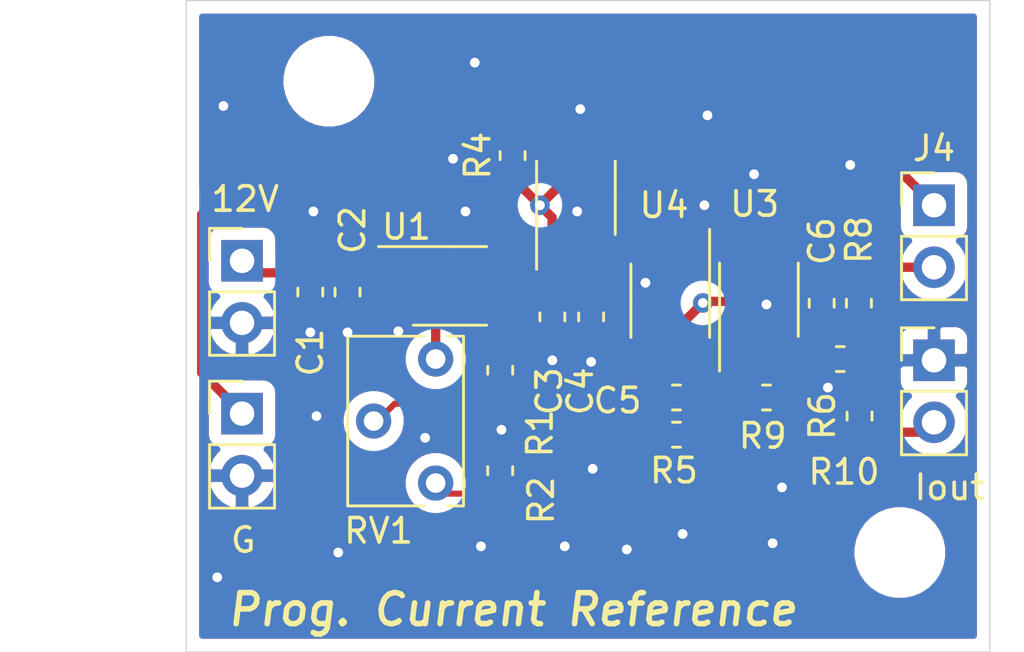
<source format=kicad_pcb>
(kicad_pcb (version 20171130) (host pcbnew 5.1.6-c6e7f7d~87~ubuntu18.04.1)

  (general
    (thickness 1.6)
    (drawings 10)
    (tracks 137)
    (zones 0)
    (modules 25)
    (nets 28)
  )

  (page A4)
  (layers
    (0 F.Cu signal)
    (31 B.Cu signal)
    (32 B.Adhes user)
    (33 F.Adhes user)
    (34 B.Paste user)
    (35 F.Paste user)
    (36 B.SilkS user)
    (37 F.SilkS user)
    (38 B.Mask user)
    (39 F.Mask user)
    (40 Dwgs.User user)
    (41 Cmts.User user)
    (42 Eco1.User user)
    (43 Eco2.User user hide)
    (44 Edge.Cuts user)
    (45 Margin user)
    (46 B.CrtYd user)
    (47 F.CrtYd user)
    (48 B.Fab user)
    (49 F.Fab user hide)
  )

  (setup
    (last_trace_width 0.381)
    (user_trace_width 0.1524)
    (user_trace_width 0.254)
    (user_trace_width 0.381)
    (user_trace_width 0.508)
    (user_trace_width 0.635)
    (trace_clearance 0.2)
    (zone_clearance 0.508)
    (zone_45_only no)
    (trace_min 0.2)
    (via_size 0.8)
    (via_drill 0.4)
    (via_min_size 0.4)
    (via_min_drill 0.3)
    (uvia_size 0.3)
    (uvia_drill 0.1)
    (uvias_allowed no)
    (uvia_min_size 0.2)
    (uvia_min_drill 0.1)
    (edge_width 0.05)
    (segment_width 0.2)
    (pcb_text_width 0.3)
    (pcb_text_size 1.5 1.5)
    (mod_edge_width 0.12)
    (mod_text_size 1 1)
    (mod_text_width 0.15)
    (pad_size 1.524 1.524)
    (pad_drill 0.762)
    (pad_to_mask_clearance 0.05)
    (aux_axis_origin 0 0)
    (visible_elements FFFFFF7F)
    (pcbplotparams
      (layerselection 0x010fc_ffffffff)
      (usegerberextensions false)
      (usegerberattributes true)
      (usegerberadvancedattributes true)
      (creategerberjobfile true)
      (excludeedgelayer true)
      (linewidth 0.100000)
      (plotframeref false)
      (viasonmask false)
      (mode 1)
      (useauxorigin false)
      (hpglpennumber 1)
      (hpglpenspeed 20)
      (hpglpendiameter 15.000000)
      (psnegative false)
      (psa4output false)
      (plotreference true)
      (plotvalue true)
      (plotinvisibletext false)
      (padsonsilk false)
      (subtractmaskfromsilk false)
      (outputformat 1)
      (mirror false)
      (drillshape 0)
      (scaleselection 1)
      (outputdirectory "../production/gerbers"))
  )

  (net 0 "")
  (net 1 GND)
  (net 2 "Net-(U1-Pad8)")
  (net 3 +12V)
  (net 4 "Net-(U1-Pad7)")
  (net 5 "Net-(U1-Pad3)")
  (net 6 "Net-(U1-Pad1)")
  (net 7 "Net-(R1-Pad1)")
  (net 8 "Net-(R2-Pad1)")
  (net 9 "Net-(C3-Pad1)")
  (net 10 "Net-(C5-Pad2)")
  (net 11 "Net-(C5-Pad1)")
  (net 12 "Net-(C6-Pad2)")
  (net 13 "Net-(C6-Pad1)")
  (net 14 /Iout)
  (net 15 +5V)
  (net 16 ~CS)
  (net 17 U~D)
  (net 18 "Net-(R1-Pad2)")
  (net 19 "Net-(U2-Pad7)")
  (net 20 "Net-(U2-Pad4)")
  (net 21 "Net-(U3-Pad8)")
  (net 22 "Net-(U3-Pad5)")
  (net 23 "Net-(U3-Pad1)")
  (net 24 "Net-(U4-Pad8)")
  (net 25 "Net-(U4-Pad5)")
  (net 26 "Net-(U4-Pad4)")
  (net 27 "Net-(U4-Pad1)")

  (net_class Default "This is the default net class."
    (clearance 0.2)
    (trace_width 0.25)
    (via_dia 0.8)
    (via_drill 0.4)
    (uvia_dia 0.3)
    (uvia_drill 0.1)
    (add_net +12V)
    (add_net +5V)
    (add_net /Iout)
    (add_net GND)
    (add_net "Net-(C3-Pad1)")
    (add_net "Net-(C5-Pad1)")
    (add_net "Net-(C5-Pad2)")
    (add_net "Net-(C6-Pad1)")
    (add_net "Net-(C6-Pad2)")
    (add_net "Net-(R1-Pad1)")
    (add_net "Net-(R1-Pad2)")
    (add_net "Net-(R2-Pad1)")
    (add_net "Net-(U1-Pad1)")
    (add_net "Net-(U1-Pad3)")
    (add_net "Net-(U1-Pad7)")
    (add_net "Net-(U1-Pad8)")
    (add_net "Net-(U2-Pad4)")
    (add_net "Net-(U2-Pad7)")
    (add_net "Net-(U3-Pad1)")
    (add_net "Net-(U3-Pad5)")
    (add_net "Net-(U3-Pad8)")
    (add_net "Net-(U4-Pad1)")
    (add_net "Net-(U4-Pad4)")
    (add_net "Net-(U4-Pad5)")
    (add_net "Net-(U4-Pad8)")
    (add_net U~D)
    (add_net ~CS)
  )

  (module Capacitor_SMD:C_0603_1608Metric (layer F.Cu) (tedit 5B301BBE) (tstamp 61B0FE5D)
    (at 163.576 100.076 180)
    (descr "Capacitor SMD 0603 (1608 Metric), square (rectangular) end terminal, IPC_7351 nominal, (Body size source: http://www.tortai-tech.com/upload/download/2011102023233369053.pdf), generated with kicad-footprint-generator")
    (tags capacitor)
    (path /61B4663A)
    (attr smd)
    (fp_text reference C5 (at 2.413 -0.127) (layer F.SilkS)
      (effects (font (size 1 1) (thickness 0.15)))
    )
    (fp_text value 10p (at 0 1.43) (layer F.Fab)
      (effects (font (size 1 1) (thickness 0.15)))
    )
    (fp_line (start -0.8 0.4) (end -0.8 -0.4) (layer F.Fab) (width 0.1))
    (fp_line (start -0.8 -0.4) (end 0.8 -0.4) (layer F.Fab) (width 0.1))
    (fp_line (start 0.8 -0.4) (end 0.8 0.4) (layer F.Fab) (width 0.1))
    (fp_line (start 0.8 0.4) (end -0.8 0.4) (layer F.Fab) (width 0.1))
    (fp_line (start -0.162779 -0.51) (end 0.162779 -0.51) (layer F.SilkS) (width 0.12))
    (fp_line (start -0.162779 0.51) (end 0.162779 0.51) (layer F.SilkS) (width 0.12))
    (fp_line (start -1.48 0.73) (end -1.48 -0.73) (layer F.CrtYd) (width 0.05))
    (fp_line (start -1.48 -0.73) (end 1.48 -0.73) (layer F.CrtYd) (width 0.05))
    (fp_line (start 1.48 -0.73) (end 1.48 0.73) (layer F.CrtYd) (width 0.05))
    (fp_line (start 1.48 0.73) (end -1.48 0.73) (layer F.CrtYd) (width 0.05))
    (fp_text user %R (at 0 0) (layer F.Fab)
      (effects (font (size 0.4 0.4) (thickness 0.06)))
    )
    (pad 2 smd roundrect (at 0.7875 0 180) (size 0.875 0.95) (layers F.Cu F.Paste F.Mask) (roundrect_rratio 0.25)
      (net 10 "Net-(C5-Pad2)"))
    (pad 1 smd roundrect (at -0.7875 0 180) (size 0.875 0.95) (layers F.Cu F.Paste F.Mask) (roundrect_rratio 0.25)
      (net 11 "Net-(C5-Pad1)"))
    (model ${KISYS3DMOD}/Capacitor_SMD.3dshapes/C_0603_1608Metric.wrl
      (at (xyz 0 0 0))
      (scale (xyz 1 1 1))
      (rotate (xyz 0 0 0))
    )
  )

  (module Resistor_SMD:R_0603_1608Metric (layer F.Cu) (tedit 5B301BBD) (tstamp 61C14C08)
    (at 156.3624 103.0732 90)
    (descr "Resistor SMD 0603 (1608 Metric), square (rectangular) end terminal, IPC_7351 nominal, (Body size source: http://www.tortai-tech.com/upload/download/2011102023233369053.pdf), generated with kicad-footprint-generator")
    (tags resistor)
    (path /61C42E62)
    (attr smd)
    (fp_text reference R2 (at -1.2192 1.6764 90) (layer F.SilkS)
      (effects (font (size 1 1) (thickness 0.15)))
    )
    (fp_text value 10K (at 0 1.43 90) (layer F.Fab)
      (effects (font (size 1 1) (thickness 0.15)))
    )
    (fp_line (start 1.48 0.73) (end -1.48 0.73) (layer F.CrtYd) (width 0.05))
    (fp_line (start 1.48 -0.73) (end 1.48 0.73) (layer F.CrtYd) (width 0.05))
    (fp_line (start -1.48 -0.73) (end 1.48 -0.73) (layer F.CrtYd) (width 0.05))
    (fp_line (start -1.48 0.73) (end -1.48 -0.73) (layer F.CrtYd) (width 0.05))
    (fp_line (start -0.162779 0.51) (end 0.162779 0.51) (layer F.SilkS) (width 0.12))
    (fp_line (start -0.162779 -0.51) (end 0.162779 -0.51) (layer F.SilkS) (width 0.12))
    (fp_line (start 0.8 0.4) (end -0.8 0.4) (layer F.Fab) (width 0.1))
    (fp_line (start 0.8 -0.4) (end 0.8 0.4) (layer F.Fab) (width 0.1))
    (fp_line (start -0.8 -0.4) (end 0.8 -0.4) (layer F.Fab) (width 0.1))
    (fp_line (start -0.8 0.4) (end -0.8 -0.4) (layer F.Fab) (width 0.1))
    (fp_text user %R (at 0 0 90) (layer F.Fab)
      (effects (font (size 0.4 0.4) (thickness 0.06)))
    )
    (pad 2 smd roundrect (at 0.7875 0 90) (size 0.875 0.95) (layers F.Cu F.Paste F.Mask) (roundrect_rratio 0.25)
      (net 1 GND))
    (pad 1 smd roundrect (at -0.7875 0 90) (size 0.875 0.95) (layers F.Cu F.Paste F.Mask) (roundrect_rratio 0.25)
      (net 8 "Net-(R2-Pad1)"))
    (model ${KISYS3DMOD}/Resistor_SMD.3dshapes/R_0603_1608Metric.wrl
      (at (xyz 0 0 0))
      (scale (xyz 1 1 1))
      (rotate (xyz 0 0 0))
    )
  )

  (module Package_SO:MSOP-8_3x3mm_P0.65mm (layer F.Cu) (tedit 5E509FDD) (tstamp 61C18000)
    (at 166.9508 96.0704 90)
    (descr "MSOP, 8 Pin (https://www.jedec.org/system/files/docs/mo-187F.pdf variant AA), generated with kicad-footprint-generator ipc_gullwing_generator.py")
    (tags "MSOP SO")
    (path /61C163FE)
    (attr smd)
    (fp_text reference U4 (at 3.8684 -3.8828 180) (layer F.SilkS)
      (effects (font (size 1 1) (thickness 0.15)))
    )
    (fp_text value OP1177ARM (at 0 2.45 90) (layer F.Fab)
      (effects (font (size 1 1) (thickness 0.15)))
    )
    (fp_text user %R (at 0 0 90) (layer F.Fab)
      (effects (font (size 0.75 0.75) (thickness 0.11)))
    )
    (fp_line (start 0 1.61) (end 1.5 1.61) (layer F.SilkS) (width 0.12))
    (fp_line (start 0 1.61) (end -1.5 1.61) (layer F.SilkS) (width 0.12))
    (fp_line (start 0 -1.61) (end 1.5 -1.61) (layer F.SilkS) (width 0.12))
    (fp_line (start 0 -1.61) (end -2.925 -1.61) (layer F.SilkS) (width 0.12))
    (fp_line (start -0.75 -1.5) (end 1.5 -1.5) (layer F.Fab) (width 0.1))
    (fp_line (start 1.5 -1.5) (end 1.5 1.5) (layer F.Fab) (width 0.1))
    (fp_line (start 1.5 1.5) (end -1.5 1.5) (layer F.Fab) (width 0.1))
    (fp_line (start -1.5 1.5) (end -1.5 -0.75) (layer F.Fab) (width 0.1))
    (fp_line (start -1.5 -0.75) (end -0.75 -1.5) (layer F.Fab) (width 0.1))
    (fp_line (start -3.18 -1.75) (end -3.18 1.75) (layer F.CrtYd) (width 0.05))
    (fp_line (start -3.18 1.75) (end 3.18 1.75) (layer F.CrtYd) (width 0.05))
    (fp_line (start 3.18 1.75) (end 3.18 -1.75) (layer F.CrtYd) (width 0.05))
    (fp_line (start 3.18 -1.75) (end -3.18 -1.75) (layer F.CrtYd) (width 0.05))
    (pad 8 smd roundrect (at 2.1125 -0.975 90) (size 1.625 0.4) (layers F.Cu F.Paste F.Mask) (roundrect_rratio 0.25)
      (net 24 "Net-(U4-Pad8)"))
    (pad 7 smd roundrect (at 2.1125 -0.325 90) (size 1.625 0.4) (layers F.Cu F.Paste F.Mask) (roundrect_rratio 0.25)
      (net 15 +5V))
    (pad 6 smd roundrect (at 2.1125 0.325 90) (size 1.625 0.4) (layers F.Cu F.Paste F.Mask) (roundrect_rratio 0.25)
      (net 13 "Net-(C6-Pad1)"))
    (pad 5 smd roundrect (at 2.1125 0.975 90) (size 1.625 0.4) (layers F.Cu F.Paste F.Mask) (roundrect_rratio 0.25)
      (net 25 "Net-(U4-Pad5)"))
    (pad 4 smd roundrect (at -2.1125 0.975 90) (size 1.625 0.4) (layers F.Cu F.Paste F.Mask) (roundrect_rratio 0.25)
      (net 26 "Net-(U4-Pad4)"))
    (pad 3 smd roundrect (at -2.1125 0.325 90) (size 1.625 0.4) (layers F.Cu F.Paste F.Mask) (roundrect_rratio 0.25)
      (net 12 "Net-(C6-Pad2)"))
    (pad 2 smd roundrect (at -2.1125 -0.325 90) (size 1.625 0.4) (layers F.Cu F.Paste F.Mask) (roundrect_rratio 0.25)
      (net 11 "Net-(C5-Pad1)"))
    (pad 1 smd roundrect (at -2.1125 -0.975 90) (size 1.625 0.4) (layers F.Cu F.Paste F.Mask) (roundrect_rratio 0.25)
      (net 27 "Net-(U4-Pad1)"))
    (model ${KISYS3DMOD}/Package_SO.3dshapes/MSOP-8_3x3mm_P0.65mm.wrl
      (at (xyz 0 0 0))
      (scale (xyz 1 1 1))
      (rotate (xyz 0 0 0))
    )
  )

  (module Package_SO:MSOP-8_3x3mm_P0.65mm (layer F.Cu) (tedit 5E509FDD) (tstamp 61C17FE6)
    (at 163.322 96.1136 270)
    (descr "MSOP, 8 Pin (https://www.jedec.org/system/files/docs/mo-187F.pdf variant AA), generated with kicad-footprint-generator ipc_gullwing_generator.py")
    (tags "MSOP SO")
    (path /61C15C15)
    (attr smd)
    (fp_text reference U3 (at -3.9624 -3.4544 180) (layer F.SilkS)
      (effects (font (size 1 1) (thickness 0.15)))
    )
    (fp_text value OP1177ARM (at 0 2.45 90) (layer F.Fab)
      (effects (font (size 1 1) (thickness 0.15)))
    )
    (fp_text user %R (at 0 0 90) (layer F.Fab)
      (effects (font (size 0.75 0.75) (thickness 0.11)))
    )
    (fp_line (start 0 1.61) (end 1.5 1.61) (layer F.SilkS) (width 0.12))
    (fp_line (start 0 1.61) (end -1.5 1.61) (layer F.SilkS) (width 0.12))
    (fp_line (start 0 -1.61) (end 1.5 -1.61) (layer F.SilkS) (width 0.12))
    (fp_line (start 0 -1.61) (end -2.925 -1.61) (layer F.SilkS) (width 0.12))
    (fp_line (start -0.75 -1.5) (end 1.5 -1.5) (layer F.Fab) (width 0.1))
    (fp_line (start 1.5 -1.5) (end 1.5 1.5) (layer F.Fab) (width 0.1))
    (fp_line (start 1.5 1.5) (end -1.5 1.5) (layer F.Fab) (width 0.1))
    (fp_line (start -1.5 1.5) (end -1.5 -0.75) (layer F.Fab) (width 0.1))
    (fp_line (start -1.5 -0.75) (end -0.75 -1.5) (layer F.Fab) (width 0.1))
    (fp_line (start -3.18 -1.75) (end -3.18 1.75) (layer F.CrtYd) (width 0.05))
    (fp_line (start -3.18 1.75) (end 3.18 1.75) (layer F.CrtYd) (width 0.05))
    (fp_line (start 3.18 1.75) (end 3.18 -1.75) (layer F.CrtYd) (width 0.05))
    (fp_line (start 3.18 -1.75) (end -3.18 -1.75) (layer F.CrtYd) (width 0.05))
    (pad 8 smd roundrect (at 2.1125 -0.975 270) (size 1.625 0.4) (layers F.Cu F.Paste F.Mask) (roundrect_rratio 0.25)
      (net 21 "Net-(U3-Pad8)"))
    (pad 7 smd roundrect (at 2.1125 -0.325 270) (size 1.625 0.4) (layers F.Cu F.Paste F.Mask) (roundrect_rratio 0.25)
      (net 15 +5V))
    (pad 6 smd roundrect (at 2.1125 0.325 270) (size 1.625 0.4) (layers F.Cu F.Paste F.Mask) (roundrect_rratio 0.25)
      (net 10 "Net-(C5-Pad2)"))
    (pad 5 smd roundrect (at 2.1125 0.975 270) (size 1.625 0.4) (layers F.Cu F.Paste F.Mask) (roundrect_rratio 0.25)
      (net 22 "Net-(U3-Pad5)"))
    (pad 4 smd roundrect (at -2.1125 0.975 270) (size 1.625 0.4) (layers F.Cu F.Paste F.Mask) (roundrect_rratio 0.25)
      (net 1 GND))
    (pad 3 smd roundrect (at -2.1125 0.325 270) (size 1.625 0.4) (layers F.Cu F.Paste F.Mask) (roundrect_rratio 0.25)
      (net 20 "Net-(U2-Pad4)"))
    (pad 2 smd roundrect (at -2.1125 -0.325 270) (size 1.625 0.4) (layers F.Cu F.Paste F.Mask) (roundrect_rratio 0.25)
      (net 10 "Net-(C5-Pad2)"))
    (pad 1 smd roundrect (at -2.1125 -0.975 270) (size 1.625 0.4) (layers F.Cu F.Paste F.Mask) (roundrect_rratio 0.25)
      (net 23 "Net-(U3-Pad1)"))
    (model ${KISYS3DMOD}/Package_SO.3dshapes/MSOP-8_3x3mm_P0.65mm.wrl
      (at (xyz 0 0 0))
      (scale (xyz 1 1 1))
      (rotate (xyz 0 0 0))
    )
  )

  (module Package_SO:MSOP-8_3x3mm_P0.65mm (layer F.Cu) (tedit 5E509FDD) (tstamp 61B0FF4B)
    (at 159.4612 91.8972 90)
    (descr "MSOP, 8 Pin (https://www.jedec.org/system/files/docs/mo-187F.pdf variant AA), generated with kicad-footprint-generator ipc_gullwing_generator.py")
    (tags "MSOP SO")
    (path /61C1C8F5)
    (attr smd)
    (fp_text reference U2 (at 2.54 2.7432 180) (layer F.SilkS) hide
      (effects (font (size 1 1) (thickness 0.15)))
    )
    (fp_text value MCP4011-103E/MS (at 0 2.45 90) (layer F.Fab)
      (effects (font (size 1 1) (thickness 0.15)))
    )
    (fp_text user %R (at 0 0 90) (layer F.Fab)
      (effects (font (size 0.75 0.75) (thickness 0.11)))
    )
    (fp_line (start 0 1.61) (end 1.5 1.61) (layer F.SilkS) (width 0.12))
    (fp_line (start 0 1.61) (end -1.5 1.61) (layer F.SilkS) (width 0.12))
    (fp_line (start 0 -1.61) (end 1.5 -1.61) (layer F.SilkS) (width 0.12))
    (fp_line (start 0 -1.61) (end -2.925 -1.61) (layer F.SilkS) (width 0.12))
    (fp_line (start -0.75 -1.5) (end 1.5 -1.5) (layer F.Fab) (width 0.1))
    (fp_line (start 1.5 -1.5) (end 1.5 1.5) (layer F.Fab) (width 0.1))
    (fp_line (start 1.5 1.5) (end -1.5 1.5) (layer F.Fab) (width 0.1))
    (fp_line (start -1.5 1.5) (end -1.5 -0.75) (layer F.Fab) (width 0.1))
    (fp_line (start -1.5 -0.75) (end -0.75 -1.5) (layer F.Fab) (width 0.1))
    (fp_line (start -3.18 -1.75) (end -3.18 1.75) (layer F.CrtYd) (width 0.05))
    (fp_line (start -3.18 1.75) (end 3.18 1.75) (layer F.CrtYd) (width 0.05))
    (fp_line (start 3.18 1.75) (end 3.18 -1.75) (layer F.CrtYd) (width 0.05))
    (fp_line (start 3.18 -1.75) (end -3.18 -1.75) (layer F.CrtYd) (width 0.05))
    (pad 8 smd roundrect (at 2.1125 -0.975 90) (size 1.625 0.4) (layers F.Cu F.Paste F.Mask) (roundrect_rratio 0.25)
      (net 17 U~D))
    (pad 7 smd roundrect (at 2.1125 -0.325 90) (size 1.625 0.4) (layers F.Cu F.Paste F.Mask) (roundrect_rratio 0.25)
      (net 19 "Net-(U2-Pad7)"))
    (pad 6 smd roundrect (at 2.1125 0.325 90) (size 1.625 0.4) (layers F.Cu F.Paste F.Mask) (roundrect_rratio 0.25)
      (net 1 GND))
    (pad 5 smd roundrect (at 2.1125 0.975 90) (size 1.625 0.4) (layers F.Cu F.Paste F.Mask) (roundrect_rratio 0.25)
      (net 16 ~CS))
    (pad 4 smd roundrect (at -2.1125 0.975 90) (size 1.625 0.4) (layers F.Cu F.Paste F.Mask) (roundrect_rratio 0.25)
      (net 20 "Net-(U2-Pad4)"))
    (pad 3 smd roundrect (at -2.1125 0.325 90) (size 1.625 0.4) (layers F.Cu F.Paste F.Mask) (roundrect_rratio 0.25)
      (net 9 "Net-(C3-Pad1)"))
    (pad 2 smd roundrect (at -2.1125 -0.325 90) (size 1.625 0.4) (layers F.Cu F.Paste F.Mask) (roundrect_rratio 0.25)
      (net 1 GND))
    (pad 1 smd roundrect (at -2.1125 -0.975 90) (size 1.625 0.4) (layers F.Cu F.Paste F.Mask) (roundrect_rratio 0.25)
      (net 15 +5V))
    (model ${KISYS3DMOD}/Package_SO.3dshapes/MSOP-8_3x3mm_P0.65mm.wrl
      (at (xyz 0 0 0))
      (scale (xyz 1 1 1))
      (rotate (xyz 0 0 0))
    )
  )

  (module Potentiometer_THT:Potentiometer_Bourns_3266W_Vertical (layer F.Cu) (tedit 5A3D4994) (tstamp 61C17F79)
    (at 153.7208 103.5812 270)
    (descr "Potentiometer, vertical, Bourns 3266W, https://www.bourns.com/docs/Product-Datasheets/3266.pdf")
    (tags "Potentiometer vertical Bourns 3266W")
    (path /61C3FBC8)
    (fp_text reference RV1 (at 1.9558 2.3368 180) (layer F.SilkS)
      (effects (font (size 1 1) (thickness 0.15)))
    )
    (fp_text value 10K (at -2.54 4.73 90) (layer F.Fab)
      (effects (font (size 1 1) (thickness 0.15)))
    )
    (fp_text user %R (at -3.175 1.23 90) (layer F.Fab)
      (effects (font (size 0.91 0.91) (thickness 0.15)))
    )
    (fp_circle (center -0.455 2.21) (end 0.435 2.21) (layer F.Fab) (width 0.1))
    (fp_line (start -5.895 -1.02) (end -5.895 3.48) (layer F.Fab) (width 0.1))
    (fp_line (start -5.895 3.48) (end 0.815 3.48) (layer F.Fab) (width 0.1))
    (fp_line (start 0.815 3.48) (end 0.815 -1.02) (layer F.Fab) (width 0.1))
    (fp_line (start 0.815 -1.02) (end -5.895 -1.02) (layer F.Fab) (width 0.1))
    (fp_line (start -0.455 3.092) (end -0.454 1.329) (layer F.Fab) (width 0.1))
    (fp_line (start -0.455 3.092) (end -0.454 1.329) (layer F.Fab) (width 0.1))
    (fp_line (start -6.015 -1.14) (end 0.935 -1.14) (layer F.SilkS) (width 0.12))
    (fp_line (start -6.015 3.6) (end 0.935 3.6) (layer F.SilkS) (width 0.12))
    (fp_line (start -6.015 -1.14) (end -6.015 -0.495) (layer F.SilkS) (width 0.12))
    (fp_line (start -6.015 0.495) (end -6.015 3.6) (layer F.SilkS) (width 0.12))
    (fp_line (start 0.935 -1.14) (end 0.935 -0.495) (layer F.SilkS) (width 0.12))
    (fp_line (start 0.935 0.495) (end 0.935 3.6) (layer F.SilkS) (width 0.12))
    (fp_line (start -6.15 -1.3) (end -6.15 3.75) (layer F.CrtYd) (width 0.05))
    (fp_line (start -6.15 3.75) (end 1.1 3.75) (layer F.CrtYd) (width 0.05))
    (fp_line (start 1.1 3.75) (end 1.1 -1.3) (layer F.CrtYd) (width 0.05))
    (fp_line (start 1.1 -1.3) (end -6.15 -1.3) (layer F.CrtYd) (width 0.05))
    (pad 3 thru_hole circle (at -5.08 0 270) (size 1.44 1.44) (drill 0.8) (layers *.Cu *.Mask)
      (net 9 "Net-(C3-Pad1)"))
    (pad 2 thru_hole circle (at -2.54 2.54 270) (size 1.44 1.44) (drill 0.8) (layers *.Cu *.Mask)
      (net 18 "Net-(R1-Pad2)"))
    (pad 1 thru_hole circle (at 0 0 270) (size 1.44 1.44) (drill 0.8) (layers *.Cu *.Mask)
      (net 8 "Net-(R2-Pad1)"))
    (model ${KISYS3DMOD}/Potentiometer_THT.3dshapes/Potentiometer_Bourns_3266W_Vertical.wrl
      (at (xyz 0 0 0))
      (scale (xyz 1 1 1))
      (rotate (xyz 0 0 0))
    )
  )

  (module Resistor_SMD:R_0603_1608Metric (layer F.Cu) (tedit 5B301BBD) (tstamp 61C17F60)
    (at 171.069 100.838 270)
    (descr "Resistor SMD 0603 (1608 Metric), square (rectangular) end terminal, IPC_7351 nominal, (Body size source: http://www.tortai-tech.com/upload/download/2011102023233369053.pdf), generated with kicad-footprint-generator")
    (tags resistor)
    (path /61C3AA55)
    (attr smd)
    (fp_text reference R10 (at 2.286 0.635) (layer F.SilkS)
      (effects (font (size 1 1) (thickness 0.15)))
    )
    (fp_text value 10R (at 0 1.43 90) (layer F.Fab)
      (effects (font (size 1 1) (thickness 0.15)))
    )
    (fp_text user %R (at 0 0 90) (layer F.Fab)
      (effects (font (size 0.4 0.4) (thickness 0.06)))
    )
    (fp_line (start -0.8 0.4) (end -0.8 -0.4) (layer F.Fab) (width 0.1))
    (fp_line (start -0.8 -0.4) (end 0.8 -0.4) (layer F.Fab) (width 0.1))
    (fp_line (start 0.8 -0.4) (end 0.8 0.4) (layer F.Fab) (width 0.1))
    (fp_line (start 0.8 0.4) (end -0.8 0.4) (layer F.Fab) (width 0.1))
    (fp_line (start -0.162779 -0.51) (end 0.162779 -0.51) (layer F.SilkS) (width 0.12))
    (fp_line (start -0.162779 0.51) (end 0.162779 0.51) (layer F.SilkS) (width 0.12))
    (fp_line (start -1.48 0.73) (end -1.48 -0.73) (layer F.CrtYd) (width 0.05))
    (fp_line (start -1.48 -0.73) (end 1.48 -0.73) (layer F.CrtYd) (width 0.05))
    (fp_line (start 1.48 -0.73) (end 1.48 0.73) (layer F.CrtYd) (width 0.05))
    (fp_line (start 1.48 0.73) (end -1.48 0.73) (layer F.CrtYd) (width 0.05))
    (pad 2 smd roundrect (at 0.7875 0 270) (size 0.875 0.95) (layers F.Cu F.Paste F.Mask) (roundrect_rratio 0.25)
      (net 14 /Iout))
    (pad 1 smd roundrect (at -0.7875 0 270) (size 0.875 0.95) (layers F.Cu F.Paste F.Mask) (roundrect_rratio 0.25)
      (net 13 "Net-(C6-Pad1)"))
    (model ${KISYS3DMOD}/Resistor_SMD.3dshapes/R_0603_1608Metric.wrl
      (at (xyz 0 0 0))
      (scale (xyz 1 1 1))
      (rotate (xyz 0 0 0))
    )
  )

  (module Resistor_SMD:R_0603_1608Metric (layer F.Cu) (tedit 5B301BBD) (tstamp 61C17F4F)
    (at 167.259 100.076)
    (descr "Resistor SMD 0603 (1608 Metric), square (rectangular) end terminal, IPC_7351 nominal, (Body size source: http://www.tortai-tech.com/upload/download/2011102023233369053.pdf), generated with kicad-footprint-generator")
    (tags resistor)
    (path /61C3A04B)
    (attr smd)
    (fp_text reference R9 (at -0.1524 1.5748) (layer F.SilkS)
      (effects (font (size 1 1) (thickness 0.15)))
    )
    (fp_text value 1K (at 0 1.43) (layer F.Fab)
      (effects (font (size 1 1) (thickness 0.15)))
    )
    (fp_text user %R (at 0 0) (layer F.Fab)
      (effects (font (size 0.4 0.4) (thickness 0.06)))
    )
    (fp_line (start -0.8 0.4) (end -0.8 -0.4) (layer F.Fab) (width 0.1))
    (fp_line (start -0.8 -0.4) (end 0.8 -0.4) (layer F.Fab) (width 0.1))
    (fp_line (start 0.8 -0.4) (end 0.8 0.4) (layer F.Fab) (width 0.1))
    (fp_line (start 0.8 0.4) (end -0.8 0.4) (layer F.Fab) (width 0.1))
    (fp_line (start -0.162779 -0.51) (end 0.162779 -0.51) (layer F.SilkS) (width 0.12))
    (fp_line (start -0.162779 0.51) (end 0.162779 0.51) (layer F.SilkS) (width 0.12))
    (fp_line (start -1.48 0.73) (end -1.48 -0.73) (layer F.CrtYd) (width 0.05))
    (fp_line (start -1.48 -0.73) (end 1.48 -0.73) (layer F.CrtYd) (width 0.05))
    (fp_line (start 1.48 -0.73) (end 1.48 0.73) (layer F.CrtYd) (width 0.05))
    (fp_line (start 1.48 0.73) (end -1.48 0.73) (layer F.CrtYd) (width 0.05))
    (pad 2 smd roundrect (at 0.7875 0) (size 0.875 0.95) (layers F.Cu F.Paste F.Mask) (roundrect_rratio 0.25)
      (net 14 /Iout))
    (pad 1 smd roundrect (at -0.7875 0) (size 0.875 0.95) (layers F.Cu F.Paste F.Mask) (roundrect_rratio 0.25)
      (net 11 "Net-(C5-Pad1)"))
    (model ${KISYS3DMOD}/Resistor_SMD.3dshapes/R_0603_1608Metric.wrl
      (at (xyz 0 0 0))
      (scale (xyz 1 1 1))
      (rotate (xyz 0 0 0))
    )
  )

  (module Resistor_SMD:R_0603_1608Metric (layer F.Cu) (tedit 5B301BBD) (tstamp 61C17F3E)
    (at 171.0436 96.2152 90)
    (descr "Resistor SMD 0603 (1608 Metric), square (rectangular) end terminal, IPC_7351 nominal, (Body size source: http://www.tortai-tech.com/upload/download/2011102023233369053.pdf), generated with kicad-footprint-generator")
    (tags resistor)
    (path /61C3B243)
    (attr smd)
    (fp_text reference R8 (at 2.5908 0 90) (layer F.SilkS)
      (effects (font (size 1 1) (thickness 0.15)))
    )
    (fp_text value 1K (at 0 1.43 90) (layer F.Fab)
      (effects (font (size 1 1) (thickness 0.15)))
    )
    (fp_text user %R (at 0 0 90) (layer F.Fab)
      (effects (font (size 0.4 0.4) (thickness 0.06)))
    )
    (fp_line (start -0.8 0.4) (end -0.8 -0.4) (layer F.Fab) (width 0.1))
    (fp_line (start -0.8 -0.4) (end 0.8 -0.4) (layer F.Fab) (width 0.1))
    (fp_line (start 0.8 -0.4) (end 0.8 0.4) (layer F.Fab) (width 0.1))
    (fp_line (start 0.8 0.4) (end -0.8 0.4) (layer F.Fab) (width 0.1))
    (fp_line (start -0.162779 -0.51) (end 0.162779 -0.51) (layer F.SilkS) (width 0.12))
    (fp_line (start -0.162779 0.51) (end 0.162779 0.51) (layer F.SilkS) (width 0.12))
    (fp_line (start -1.48 0.73) (end -1.48 -0.73) (layer F.CrtYd) (width 0.05))
    (fp_line (start -1.48 -0.73) (end 1.48 -0.73) (layer F.CrtYd) (width 0.05))
    (fp_line (start 1.48 -0.73) (end 1.48 0.73) (layer F.CrtYd) (width 0.05))
    (fp_line (start 1.48 0.73) (end -1.48 0.73) (layer F.CrtYd) (width 0.05))
    (pad 2 smd roundrect (at 0.7875 0 90) (size 0.875 0.95) (layers F.Cu F.Paste F.Mask) (roundrect_rratio 0.25)
      (net 13 "Net-(C6-Pad1)"))
    (pad 1 smd roundrect (at -0.7875 0 90) (size 0.875 0.95) (layers F.Cu F.Paste F.Mask) (roundrect_rratio 0.25)
      (net 12 "Net-(C6-Pad2)"))
    (model ${KISYS3DMOD}/Resistor_SMD.3dshapes/R_0603_1608Metric.wrl
      (at (xyz 0 0 0))
      (scale (xyz 1 1 1))
      (rotate (xyz 0 0 0))
    )
  )

  (module Resistor_SMD:R_0603_1608Metric (layer F.Cu) (tedit 5B301BBD) (tstamp 61C17F1C)
    (at 170.2816 98.5012)
    (descr "Resistor SMD 0603 (1608 Metric), square (rectangular) end terminal, IPC_7351 nominal, (Body size source: http://www.tortai-tech.com/upload/download/2011102023233369053.pdf), generated with kicad-footprint-generator")
    (tags resistor)
    (path /61C3AE78)
    (attr smd)
    (fp_text reference R6 (at -0.7366 2.3368 90) (layer F.SilkS)
      (effects (font (size 1 1) (thickness 0.15)))
    )
    (fp_text value 50K (at 0 1.43) (layer F.Fab)
      (effects (font (size 1 1) (thickness 0.15)))
    )
    (fp_text user %R (at 0 0) (layer F.Fab)
      (effects (font (size 0.4 0.4) (thickness 0.06)))
    )
    (fp_line (start -0.8 0.4) (end -0.8 -0.4) (layer F.Fab) (width 0.1))
    (fp_line (start -0.8 -0.4) (end 0.8 -0.4) (layer F.Fab) (width 0.1))
    (fp_line (start 0.8 -0.4) (end 0.8 0.4) (layer F.Fab) (width 0.1))
    (fp_line (start 0.8 0.4) (end -0.8 0.4) (layer F.Fab) (width 0.1))
    (fp_line (start -0.162779 -0.51) (end 0.162779 -0.51) (layer F.SilkS) (width 0.12))
    (fp_line (start -0.162779 0.51) (end 0.162779 0.51) (layer F.SilkS) (width 0.12))
    (fp_line (start -1.48 0.73) (end -1.48 -0.73) (layer F.CrtYd) (width 0.05))
    (fp_line (start -1.48 -0.73) (end 1.48 -0.73) (layer F.CrtYd) (width 0.05))
    (fp_line (start 1.48 -0.73) (end 1.48 0.73) (layer F.CrtYd) (width 0.05))
    (fp_line (start 1.48 0.73) (end -1.48 0.73) (layer F.CrtYd) (width 0.05))
    (pad 2 smd roundrect (at 0.7875 0) (size 0.875 0.95) (layers F.Cu F.Paste F.Mask) (roundrect_rratio 0.25)
      (net 12 "Net-(C6-Pad2)"))
    (pad 1 smd roundrect (at -0.7875 0) (size 0.875 0.95) (layers F.Cu F.Paste F.Mask) (roundrect_rratio 0.25)
      (net 1 GND))
    (model ${KISYS3DMOD}/Resistor_SMD.3dshapes/R_0603_1608Metric.wrl
      (at (xyz 0 0 0))
      (scale (xyz 1 1 1))
      (rotate (xyz 0 0 0))
    )
  )

  (module Resistor_SMD:R_0603_1608Metric (layer F.Cu) (tedit 5B301BBD) (tstamp 61C17F0B)
    (at 163.576 101.6)
    (descr "Resistor SMD 0603 (1608 Metric), square (rectangular) end terminal, IPC_7351 nominal, (Body size source: http://www.tortai-tech.com/upload/download/2011102023233369053.pdf), generated with kicad-footprint-generator")
    (tags resistor)
    (path /61C38600)
    (attr smd)
    (fp_text reference R5 (at -0.1016 1.4732) (layer F.SilkS)
      (effects (font (size 1 1) (thickness 0.15)))
    )
    (fp_text value 50K (at 0 1.43) (layer F.Fab)
      (effects (font (size 1 1) (thickness 0.15)))
    )
    (fp_text user %R (at 0 0) (layer F.Fab)
      (effects (font (size 0.4 0.4) (thickness 0.06)))
    )
    (fp_line (start -0.8 0.4) (end -0.8 -0.4) (layer F.Fab) (width 0.1))
    (fp_line (start -0.8 -0.4) (end 0.8 -0.4) (layer F.Fab) (width 0.1))
    (fp_line (start 0.8 -0.4) (end 0.8 0.4) (layer F.Fab) (width 0.1))
    (fp_line (start 0.8 0.4) (end -0.8 0.4) (layer F.Fab) (width 0.1))
    (fp_line (start -0.162779 -0.51) (end 0.162779 -0.51) (layer F.SilkS) (width 0.12))
    (fp_line (start -0.162779 0.51) (end 0.162779 0.51) (layer F.SilkS) (width 0.12))
    (fp_line (start -1.48 0.73) (end -1.48 -0.73) (layer F.CrtYd) (width 0.05))
    (fp_line (start -1.48 -0.73) (end 1.48 -0.73) (layer F.CrtYd) (width 0.05))
    (fp_line (start 1.48 -0.73) (end 1.48 0.73) (layer F.CrtYd) (width 0.05))
    (fp_line (start 1.48 0.73) (end -1.48 0.73) (layer F.CrtYd) (width 0.05))
    (pad 2 smd roundrect (at 0.7875 0) (size 0.875 0.95) (layers F.Cu F.Paste F.Mask) (roundrect_rratio 0.25)
      (net 11 "Net-(C5-Pad1)"))
    (pad 1 smd roundrect (at -0.7875 0) (size 0.875 0.95) (layers F.Cu F.Paste F.Mask) (roundrect_rratio 0.25)
      (net 10 "Net-(C5-Pad2)"))
    (model ${KISYS3DMOD}/Resistor_SMD.3dshapes/R_0603_1608Metric.wrl
      (at (xyz 0 0 0))
      (scale (xyz 1 1 1))
      (rotate (xyz 0 0 0))
    )
  )

  (module Resistor_SMD:R_0603_1608Metric (layer F.Cu) (tedit 5B301BBD) (tstamp 61C17EFA)
    (at 156.8704 90.17 90)
    (descr "Resistor SMD 0603 (1608 Metric), square (rectangular) end terminal, IPC_7351 nominal, (Body size source: http://www.tortai-tech.com/upload/download/2011102023233369053.pdf), generated with kicad-footprint-generator")
    (tags resistor)
    (path /61C23FF5)
    (attr smd)
    (fp_text reference R4 (at 0 -1.43 90) (layer F.SilkS)
      (effects (font (size 1 1) (thickness 0.15)))
    )
    (fp_text value 10K (at 0 1.43 90) (layer F.Fab)
      (effects (font (size 1 1) (thickness 0.15)))
    )
    (fp_text user %R (at 0 0 90) (layer F.Fab)
      (effects (font (size 0.4 0.4) (thickness 0.06)))
    )
    (fp_line (start -0.8 0.4) (end -0.8 -0.4) (layer F.Fab) (width 0.1))
    (fp_line (start -0.8 -0.4) (end 0.8 -0.4) (layer F.Fab) (width 0.1))
    (fp_line (start 0.8 -0.4) (end 0.8 0.4) (layer F.Fab) (width 0.1))
    (fp_line (start 0.8 0.4) (end -0.8 0.4) (layer F.Fab) (width 0.1))
    (fp_line (start -0.162779 -0.51) (end 0.162779 -0.51) (layer F.SilkS) (width 0.12))
    (fp_line (start -0.162779 0.51) (end 0.162779 0.51) (layer F.SilkS) (width 0.12))
    (fp_line (start -1.48 0.73) (end -1.48 -0.73) (layer F.CrtYd) (width 0.05))
    (fp_line (start -1.48 -0.73) (end 1.48 -0.73) (layer F.CrtYd) (width 0.05))
    (fp_line (start 1.48 -0.73) (end 1.48 0.73) (layer F.CrtYd) (width 0.05))
    (fp_line (start 1.48 0.73) (end -1.48 0.73) (layer F.CrtYd) (width 0.05))
    (pad 2 smd roundrect (at 0.7875 0 90) (size 0.875 0.95) (layers F.Cu F.Paste F.Mask) (roundrect_rratio 0.25)
      (net 17 U~D))
    (pad 1 smd roundrect (at -0.7875 0 90) (size 0.875 0.95) (layers F.Cu F.Paste F.Mask) (roundrect_rratio 0.25)
      (net 15 +5V))
    (model ${KISYS3DMOD}/Resistor_SMD.3dshapes/R_0603_1608Metric.wrl
      (at (xyz 0 0 0))
      (scale (xyz 1 1 1))
      (rotate (xyz 0 0 0))
    )
  )

  (module Connector_PinHeader_2.54mm:PinHeader_1x02_P2.54mm_Vertical (layer F.Cu) (tedit 59FED5CC) (tstamp 61C17E83)
    (at 174.117 92.202)
    (descr "Through hole straight pin header, 1x02, 2.54mm pitch, single row")
    (tags "Through hole pin header THT 1x02 2.54mm single row")
    (path /61C5485A)
    (fp_text reference J4 (at 0 -2.33) (layer F.SilkS)
      (effects (font (size 1 1) (thickness 0.15)))
    )
    (fp_text value Conn_01x02 (at 0 4.87) (layer F.Fab)
      (effects (font (size 1 1) (thickness 0.15)))
    )
    (fp_text user %R (at 0 1.27 90) (layer F.Fab)
      (effects (font (size 1 1) (thickness 0.15)))
    )
    (fp_line (start -0.635 -1.27) (end 1.27 -1.27) (layer F.Fab) (width 0.1))
    (fp_line (start 1.27 -1.27) (end 1.27 3.81) (layer F.Fab) (width 0.1))
    (fp_line (start 1.27 3.81) (end -1.27 3.81) (layer F.Fab) (width 0.1))
    (fp_line (start -1.27 3.81) (end -1.27 -0.635) (layer F.Fab) (width 0.1))
    (fp_line (start -1.27 -0.635) (end -0.635 -1.27) (layer F.Fab) (width 0.1))
    (fp_line (start -1.33 3.87) (end 1.33 3.87) (layer F.SilkS) (width 0.12))
    (fp_line (start -1.33 1.27) (end -1.33 3.87) (layer F.SilkS) (width 0.12))
    (fp_line (start 1.33 1.27) (end 1.33 3.87) (layer F.SilkS) (width 0.12))
    (fp_line (start -1.33 1.27) (end 1.33 1.27) (layer F.SilkS) (width 0.12))
    (fp_line (start -1.33 0) (end -1.33 -1.33) (layer F.SilkS) (width 0.12))
    (fp_line (start -1.33 -1.33) (end 0 -1.33) (layer F.SilkS) (width 0.12))
    (fp_line (start -1.8 -1.8) (end -1.8 4.35) (layer F.CrtYd) (width 0.05))
    (fp_line (start -1.8 4.35) (end 1.8 4.35) (layer F.CrtYd) (width 0.05))
    (fp_line (start 1.8 4.35) (end 1.8 -1.8) (layer F.CrtYd) (width 0.05))
    (fp_line (start 1.8 -1.8) (end -1.8 -1.8) (layer F.CrtYd) (width 0.05))
    (pad 2 thru_hole oval (at 0 2.54) (size 1.7 1.7) (drill 1) (layers *.Cu *.Mask)
      (net 16 ~CS))
    (pad 1 thru_hole rect (at 0 0) (size 1.7 1.7) (drill 1) (layers *.Cu *.Mask)
      (net 17 U~D))
  )

  (module Connector_PinHeader_2.54mm:PinHeader_1x02_P2.54mm_Vertical (layer F.Cu) (tedit 59FED5CC) (tstamp 61C17E6D)
    (at 145.796 100.7364)
    (descr "Through hole straight pin header, 1x02, 2.54mm pitch, single row")
    (tags "Through hole pin header THT 1x02 2.54mm single row")
    (path /61C53A04)
    (fp_text reference J3 (at 0 -2.33) (layer F.SilkS) hide
      (effects (font (size 1 1) (thickness 0.15)))
    )
    (fp_text value Conn_01x02 (at 0 4.87) (layer F.Fab)
      (effects (font (size 1 1) (thickness 0.15)))
    )
    (fp_text user %R (at 0 1.27 90) (layer F.Fab)
      (effects (font (size 1 1) (thickness 0.15)))
    )
    (fp_line (start -0.635 -1.27) (end 1.27 -1.27) (layer F.Fab) (width 0.1))
    (fp_line (start 1.27 -1.27) (end 1.27 3.81) (layer F.Fab) (width 0.1))
    (fp_line (start 1.27 3.81) (end -1.27 3.81) (layer F.Fab) (width 0.1))
    (fp_line (start -1.27 3.81) (end -1.27 -0.635) (layer F.Fab) (width 0.1))
    (fp_line (start -1.27 -0.635) (end -0.635 -1.27) (layer F.Fab) (width 0.1))
    (fp_line (start -1.33 3.87) (end 1.33 3.87) (layer F.SilkS) (width 0.12))
    (fp_line (start -1.33 1.27) (end -1.33 3.87) (layer F.SilkS) (width 0.12))
    (fp_line (start 1.33 1.27) (end 1.33 3.87) (layer F.SilkS) (width 0.12))
    (fp_line (start -1.33 1.27) (end 1.33 1.27) (layer F.SilkS) (width 0.12))
    (fp_line (start -1.33 0) (end -1.33 -1.33) (layer F.SilkS) (width 0.12))
    (fp_line (start -1.33 -1.33) (end 0 -1.33) (layer F.SilkS) (width 0.12))
    (fp_line (start -1.8 -1.8) (end -1.8 4.35) (layer F.CrtYd) (width 0.05))
    (fp_line (start -1.8 4.35) (end 1.8 4.35) (layer F.CrtYd) (width 0.05))
    (fp_line (start 1.8 4.35) (end 1.8 -1.8) (layer F.CrtYd) (width 0.05))
    (fp_line (start 1.8 -1.8) (end -1.8 -1.8) (layer F.CrtYd) (width 0.05))
    (pad 2 thru_hole oval (at 0 2.54) (size 1.7 1.7) (drill 1) (layers *.Cu *.Mask)
      (net 1 GND))
    (pad 1 thru_hole rect (at 0 0) (size 1.7 1.7) (drill 1) (layers *.Cu *.Mask)
      (net 15 +5V))
  )

  (module Package_SO:MSOP-8_3x3mm_P0.65mm (layer F.Cu) (tedit 5E509FDD) (tstamp 61AB6000)
    (at 154.305 95.504)
    (descr "MSOP, 8 Pin (https://www.jedec.org/system/files/docs/mo-187F.pdf variant AA), generated with kicad-footprint-generator ipc_gullwing_generator.py")
    (tags "MSOP SO")
    (path /61BD40D0)
    (attr smd)
    (fp_text reference U1 (at -1.778 -2.413) (layer F.SilkS)
      (effects (font (size 1 1) (thickness 0.15)))
    )
    (fp_text value ADR420BRZ (at 0 2.45) (layer F.Fab)
      (effects (font (size 1 1) (thickness 0.15)))
    )
    (fp_line (start 3.18 -1.75) (end -3.18 -1.75) (layer F.CrtYd) (width 0.05))
    (fp_line (start 3.18 1.75) (end 3.18 -1.75) (layer F.CrtYd) (width 0.05))
    (fp_line (start -3.18 1.75) (end 3.18 1.75) (layer F.CrtYd) (width 0.05))
    (fp_line (start -3.18 -1.75) (end -3.18 1.75) (layer F.CrtYd) (width 0.05))
    (fp_line (start -1.5 -0.75) (end -0.75 -1.5) (layer F.Fab) (width 0.1))
    (fp_line (start -1.5 1.5) (end -1.5 -0.75) (layer F.Fab) (width 0.1))
    (fp_line (start 1.5 1.5) (end -1.5 1.5) (layer F.Fab) (width 0.1))
    (fp_line (start 1.5 -1.5) (end 1.5 1.5) (layer F.Fab) (width 0.1))
    (fp_line (start -0.75 -1.5) (end 1.5 -1.5) (layer F.Fab) (width 0.1))
    (fp_line (start 0 -1.61) (end -2.925 -1.61) (layer F.SilkS) (width 0.12))
    (fp_line (start 0 -1.61) (end 1.5 -1.61) (layer F.SilkS) (width 0.12))
    (fp_line (start 0 1.61) (end -1.5 1.61) (layer F.SilkS) (width 0.12))
    (fp_line (start 0 1.61) (end 1.5 1.61) (layer F.SilkS) (width 0.12))
    (fp_text user %R (at 0 0) (layer F.Fab)
      (effects (font (size 0.75 0.75) (thickness 0.11)))
    )
    (pad 8 smd roundrect (at 2.1125 -0.975) (size 1.625 0.4) (layers F.Cu F.Paste F.Mask) (roundrect_rratio 0.25)
      (net 2 "Net-(U1-Pad8)"))
    (pad 7 smd roundrect (at 2.1125 -0.325) (size 1.625 0.4) (layers F.Cu F.Paste F.Mask) (roundrect_rratio 0.25)
      (net 4 "Net-(U1-Pad7)"))
    (pad 6 smd roundrect (at 2.1125 0.325) (size 1.625 0.4) (layers F.Cu F.Paste F.Mask) (roundrect_rratio 0.25)
      (net 9 "Net-(C3-Pad1)"))
    (pad 5 smd roundrect (at 2.1125 0.975) (size 1.625 0.4) (layers F.Cu F.Paste F.Mask) (roundrect_rratio 0.25)
      (net 7 "Net-(R1-Pad1)"))
    (pad 4 smd roundrect (at -2.1125 0.975) (size 1.625 0.4) (layers F.Cu F.Paste F.Mask) (roundrect_rratio 0.25)
      (net 1 GND))
    (pad 3 smd roundrect (at -2.1125 0.325) (size 1.625 0.4) (layers F.Cu F.Paste F.Mask) (roundrect_rratio 0.25)
      (net 5 "Net-(U1-Pad3)"))
    (pad 2 smd roundrect (at -2.1125 -0.325) (size 1.625 0.4) (layers F.Cu F.Paste F.Mask) (roundrect_rratio 0.25)
      (net 3 +12V))
    (pad 1 smd roundrect (at -2.1125 -0.975) (size 1.625 0.4) (layers F.Cu F.Paste F.Mask) (roundrect_rratio 0.25)
      (net 6 "Net-(U1-Pad1)"))
    (model ${KISYS3DMOD}/Package_SO.3dshapes/MSOP-8_3x3mm_P0.65mm.wrl
      (at (xyz 0 0 0))
      (scale (xyz 1 1 1))
      (rotate (xyz 0 0 0))
    )
  )

  (module Capacitor_SMD:C_0603_1608Metric (layer F.Cu) (tedit 5B301BBE) (tstamp 61AC6CEC)
    (at 148.59 95.758 90)
    (descr "Capacitor SMD 0603 (1608 Metric), square (rectangular) end terminal, IPC_7351 nominal, (Body size source: http://www.tortai-tech.com/upload/download/2011102023233369053.pdf), generated with kicad-footprint-generator")
    (tags capacitor)
    (path /61A9D282)
    (attr smd)
    (fp_text reference C1 (at -2.4765 0 90) (layer F.SilkS)
      (effects (font (size 1 1) (thickness 0.15)))
    )
    (fp_text value 100nF (at 0 1.43 90) (layer F.Fab)
      (effects (font (size 1 1) (thickness 0.15)))
    )
    (fp_line (start 1.48 0.73) (end -1.48 0.73) (layer F.CrtYd) (width 0.05))
    (fp_line (start 1.48 -0.73) (end 1.48 0.73) (layer F.CrtYd) (width 0.05))
    (fp_line (start -1.48 -0.73) (end 1.48 -0.73) (layer F.CrtYd) (width 0.05))
    (fp_line (start -1.48 0.73) (end -1.48 -0.73) (layer F.CrtYd) (width 0.05))
    (fp_line (start -0.162779 0.51) (end 0.162779 0.51) (layer F.SilkS) (width 0.12))
    (fp_line (start -0.162779 -0.51) (end 0.162779 -0.51) (layer F.SilkS) (width 0.12))
    (fp_line (start 0.8 0.4) (end -0.8 0.4) (layer F.Fab) (width 0.1))
    (fp_line (start 0.8 -0.4) (end 0.8 0.4) (layer F.Fab) (width 0.1))
    (fp_line (start -0.8 -0.4) (end 0.8 -0.4) (layer F.Fab) (width 0.1))
    (fp_line (start -0.8 0.4) (end -0.8 -0.4) (layer F.Fab) (width 0.1))
    (fp_text user %R (at 0 0 90) (layer F.Fab)
      (effects (font (size 0.4 0.4) (thickness 0.06)))
    )
    (pad 2 smd roundrect (at 0.7875 0 90) (size 0.875 0.95) (layers F.Cu F.Paste F.Mask) (roundrect_rratio 0.25)
      (net 3 +12V))
    (pad 1 smd roundrect (at -0.7875 0 90) (size 0.875 0.95) (layers F.Cu F.Paste F.Mask) (roundrect_rratio 0.25)
      (net 1 GND))
    (model ${KISYS3DMOD}/Capacitor_SMD.3dshapes/C_0603_1608Metric.wrl
      (at (xyz 0 0 0))
      (scale (xyz 1 1 1))
      (rotate (xyz 0 0 0))
    )
  )

  (module Capacitor_SMD:C_0603_1608Metric (layer F.Cu) (tedit 5B301BBE) (tstamp 61B0FE8E)
    (at 169.5196 96.2152 270)
    (descr "Capacitor SMD 0603 (1608 Metric), square (rectangular) end terminal, IPC_7351 nominal, (Body size source: http://www.tortai-tech.com/upload/download/2011102023233369053.pdf), generated with kicad-footprint-generator")
    (tags capacitor)
    (path /61C3BC77)
    (attr smd)
    (fp_text reference C6 (at -2.54 0 90) (layer F.SilkS)
      (effects (font (size 1 1) (thickness 0.15)))
    )
    (fp_text value 10p (at 0 1.43 90) (layer F.Fab)
      (effects (font (size 1 1) (thickness 0.15)))
    )
    (fp_line (start -0.8 0.4) (end -0.8 -0.4) (layer F.Fab) (width 0.1))
    (fp_line (start -0.8 -0.4) (end 0.8 -0.4) (layer F.Fab) (width 0.1))
    (fp_line (start 0.8 -0.4) (end 0.8 0.4) (layer F.Fab) (width 0.1))
    (fp_line (start 0.8 0.4) (end -0.8 0.4) (layer F.Fab) (width 0.1))
    (fp_line (start -0.162779 -0.51) (end 0.162779 -0.51) (layer F.SilkS) (width 0.12))
    (fp_line (start -0.162779 0.51) (end 0.162779 0.51) (layer F.SilkS) (width 0.12))
    (fp_line (start -1.48 0.73) (end -1.48 -0.73) (layer F.CrtYd) (width 0.05))
    (fp_line (start -1.48 -0.73) (end 1.48 -0.73) (layer F.CrtYd) (width 0.05))
    (fp_line (start 1.48 -0.73) (end 1.48 0.73) (layer F.CrtYd) (width 0.05))
    (fp_line (start 1.48 0.73) (end -1.48 0.73) (layer F.CrtYd) (width 0.05))
    (fp_text user %R (at 0 0 90) (layer F.Fab)
      (effects (font (size 0.4 0.4) (thickness 0.06)))
    )
    (pad 2 smd roundrect (at 0.7875 0 270) (size 0.875 0.95) (layers F.Cu F.Paste F.Mask) (roundrect_rratio 0.25)
      (net 12 "Net-(C6-Pad2)"))
    (pad 1 smd roundrect (at -0.7875 0 270) (size 0.875 0.95) (layers F.Cu F.Paste F.Mask) (roundrect_rratio 0.25)
      (net 13 "Net-(C6-Pad1)"))
    (model ${KISYS3DMOD}/Capacitor_SMD.3dshapes/C_0603_1608Metric.wrl
      (at (xyz 0 0 0))
      (scale (xyz 1 1 1))
      (rotate (xyz 0 0 0))
    )
  )

  (module Resistor_SMD:R_0603_1608Metric (layer F.Cu) (tedit 5B301BBD) (tstamp 61AB56D6)
    (at 156.3624 98.9584 270)
    (descr "Resistor SMD 0603 (1608 Metric), square (rectangular) end terminal, IPC_7351 nominal, (Body size source: http://www.tortai-tech.com/upload/download/2011102023233369053.pdf), generated with kicad-footprint-generator")
    (tags resistor)
    (path /61C42443)
    (attr smd)
    (fp_text reference R1 (at 2.5908 -1.6256 90) (layer F.SilkS)
      (effects (font (size 1 1) (thickness 0.15)))
    )
    (fp_text value 470K (at 0 1.43 90) (layer F.Fab)
      (effects (font (size 1 1) (thickness 0.15)))
    )
    (fp_line (start 1.48 0.73) (end -1.48 0.73) (layer F.CrtYd) (width 0.05))
    (fp_line (start 1.48 -0.73) (end 1.48 0.73) (layer F.CrtYd) (width 0.05))
    (fp_line (start -1.48 -0.73) (end 1.48 -0.73) (layer F.CrtYd) (width 0.05))
    (fp_line (start -1.48 0.73) (end -1.48 -0.73) (layer F.CrtYd) (width 0.05))
    (fp_line (start -0.162779 0.51) (end 0.162779 0.51) (layer F.SilkS) (width 0.12))
    (fp_line (start -0.162779 -0.51) (end 0.162779 -0.51) (layer F.SilkS) (width 0.12))
    (fp_line (start 0.8 0.4) (end -0.8 0.4) (layer F.Fab) (width 0.1))
    (fp_line (start 0.8 -0.4) (end 0.8 0.4) (layer F.Fab) (width 0.1))
    (fp_line (start -0.8 -0.4) (end 0.8 -0.4) (layer F.Fab) (width 0.1))
    (fp_line (start -0.8 0.4) (end -0.8 -0.4) (layer F.Fab) (width 0.1))
    (fp_text user %R (at 0 0 90) (layer F.Fab)
      (effects (font (size 0.4 0.4) (thickness 0.06)))
    )
    (pad 2 smd roundrect (at 0.7875 0 270) (size 0.875 0.95) (layers F.Cu F.Paste F.Mask) (roundrect_rratio 0.25)
      (net 18 "Net-(R1-Pad2)"))
    (pad 1 smd roundrect (at -0.7875 0 270) (size 0.875 0.95) (layers F.Cu F.Paste F.Mask) (roundrect_rratio 0.25)
      (net 7 "Net-(R1-Pad1)"))
    (model ${KISYS3DMOD}/Resistor_SMD.3dshapes/R_0603_1608Metric.wrl
      (at (xyz 0 0 0))
      (scale (xyz 1 1 1))
      (rotate (xyz 0 0 0))
    )
  )

  (module Capacitor_SMD:C_0603_1608Metric (layer F.Cu) (tedit 5B301BBE) (tstamp 61B0FE2C)
    (at 158.496 96.774 270)
    (descr "Capacitor SMD 0603 (1608 Metric), square (rectangular) end terminal, IPC_7351 nominal, (Body size source: http://www.tortai-tech.com/upload/download/2011102023233369053.pdf), generated with kicad-footprint-generator")
    (tags capacitor)
    (path /61C21658)
    (attr smd)
    (fp_text reference C3 (at 3.048 0.127 90) (layer F.SilkS)
      (effects (font (size 1 1) (thickness 0.15)))
    )
    (fp_text value 1uF (at 0 1.43 90) (layer F.Fab)
      (effects (font (size 1 1) (thickness 0.15)))
    )
    (fp_line (start -0.8 0.4) (end -0.8 -0.4) (layer F.Fab) (width 0.1))
    (fp_line (start -0.8 -0.4) (end 0.8 -0.4) (layer F.Fab) (width 0.1))
    (fp_line (start 0.8 -0.4) (end 0.8 0.4) (layer F.Fab) (width 0.1))
    (fp_line (start 0.8 0.4) (end -0.8 0.4) (layer F.Fab) (width 0.1))
    (fp_line (start -0.162779 -0.51) (end 0.162779 -0.51) (layer F.SilkS) (width 0.12))
    (fp_line (start -0.162779 0.51) (end 0.162779 0.51) (layer F.SilkS) (width 0.12))
    (fp_line (start -1.48 0.73) (end -1.48 -0.73) (layer F.CrtYd) (width 0.05))
    (fp_line (start -1.48 -0.73) (end 1.48 -0.73) (layer F.CrtYd) (width 0.05))
    (fp_line (start 1.48 -0.73) (end 1.48 0.73) (layer F.CrtYd) (width 0.05))
    (fp_line (start 1.48 0.73) (end -1.48 0.73) (layer F.CrtYd) (width 0.05))
    (fp_text user %R (at 0 0 90) (layer F.Fab)
      (effects (font (size 0.4 0.4) (thickness 0.06)))
    )
    (pad 2 smd roundrect (at 0.7875 0 270) (size 0.875 0.95) (layers F.Cu F.Paste F.Mask) (roundrect_rratio 0.25)
      (net 1 GND))
    (pad 1 smd roundrect (at -0.7875 0 270) (size 0.875 0.95) (layers F.Cu F.Paste F.Mask) (roundrect_rratio 0.25)
      (net 9 "Net-(C3-Pad1)"))
    (model ${KISYS3DMOD}/Capacitor_SMD.3dshapes/C_0603_1608Metric.wrl
      (at (xyz 0 0 0))
      (scale (xyz 1 1 1))
      (rotate (xyz 0 0 0))
    )
  )

  (module Capacitor_SMD:C_0603_1608Metric (layer F.Cu) (tedit 5B301BBE) (tstamp 61AC4766)
    (at 160.0835 96.774 90)
    (descr "Capacitor SMD 0603 (1608 Metric), square (rectangular) end terminal, IPC_7351 nominal, (Body size source: http://www.tortai-tech.com/upload/download/2011102023233369053.pdf), generated with kicad-footprint-generator")
    (tags capacitor)
    (path /61B73440)
    (attr smd)
    (fp_text reference C4 (at -3.048 -0.4445 90) (layer F.SilkS)
      (effects (font (size 1 1) (thickness 0.15)))
    )
    (fp_text value 100nF (at 0 1.43 90) (layer F.Fab)
      (effects (font (size 1 1) (thickness 0.15)))
    )
    (fp_line (start 1.48 0.73) (end -1.48 0.73) (layer F.CrtYd) (width 0.05))
    (fp_line (start 1.48 -0.73) (end 1.48 0.73) (layer F.CrtYd) (width 0.05))
    (fp_line (start -1.48 -0.73) (end 1.48 -0.73) (layer F.CrtYd) (width 0.05))
    (fp_line (start -1.48 0.73) (end -1.48 -0.73) (layer F.CrtYd) (width 0.05))
    (fp_line (start -0.162779 0.51) (end 0.162779 0.51) (layer F.SilkS) (width 0.12))
    (fp_line (start -0.162779 -0.51) (end 0.162779 -0.51) (layer F.SilkS) (width 0.12))
    (fp_line (start 0.8 0.4) (end -0.8 0.4) (layer F.Fab) (width 0.1))
    (fp_line (start 0.8 -0.4) (end 0.8 0.4) (layer F.Fab) (width 0.1))
    (fp_line (start -0.8 -0.4) (end 0.8 -0.4) (layer F.Fab) (width 0.1))
    (fp_line (start -0.8 0.4) (end -0.8 -0.4) (layer F.Fab) (width 0.1))
    (fp_text user %R (at 0 0 90) (layer F.Fab)
      (effects (font (size 0.4 0.4) (thickness 0.06)))
    )
    (pad 2 smd roundrect (at 0.7875 0 90) (size 0.875 0.95) (layers F.Cu F.Paste F.Mask) (roundrect_rratio 0.25)
      (net 9 "Net-(C3-Pad1)"))
    (pad 1 smd roundrect (at -0.7875 0 90) (size 0.875 0.95) (layers F.Cu F.Paste F.Mask) (roundrect_rratio 0.25)
      (net 1 GND))
    (model ${KISYS3DMOD}/Capacitor_SMD.3dshapes/C_0603_1608Metric.wrl
      (at (xyz 0 0 0))
      (scale (xyz 1 1 1))
      (rotate (xyz 0 0 0))
    )
  )

  (module Capacitor_SMD:C_0603_1608Metric (layer F.Cu) (tedit 5B301BBE) (tstamp 61A8F661)
    (at 150.114 95.758 270)
    (descr "Capacitor SMD 0603 (1608 Metric), square (rectangular) end terminal, IPC_7351 nominal, (Body size source: http://www.tortai-tech.com/upload/download/2011102023233369053.pdf), generated with kicad-footprint-generator")
    (tags capacitor)
    (path /61C73F2E)
    (attr smd)
    (fp_text reference C2 (at -2.54 -0.2032 270) (layer F.SilkS)
      (effects (font (size 1 1) (thickness 0.15)))
    )
    (fp_text value 1uF (at 0 1.43 90) (layer F.Fab)
      (effects (font (size 1 1) (thickness 0.15)))
    )
    (fp_line (start 1.48 0.73) (end -1.48 0.73) (layer F.CrtYd) (width 0.05))
    (fp_line (start 1.48 -0.73) (end 1.48 0.73) (layer F.CrtYd) (width 0.05))
    (fp_line (start -1.48 -0.73) (end 1.48 -0.73) (layer F.CrtYd) (width 0.05))
    (fp_line (start -1.48 0.73) (end -1.48 -0.73) (layer F.CrtYd) (width 0.05))
    (fp_line (start -0.162779 0.51) (end 0.162779 0.51) (layer F.SilkS) (width 0.12))
    (fp_line (start -0.162779 -0.51) (end 0.162779 -0.51) (layer F.SilkS) (width 0.12))
    (fp_line (start 0.8 0.4) (end -0.8 0.4) (layer F.Fab) (width 0.1))
    (fp_line (start 0.8 -0.4) (end 0.8 0.4) (layer F.Fab) (width 0.1))
    (fp_line (start -0.8 -0.4) (end 0.8 -0.4) (layer F.Fab) (width 0.1))
    (fp_line (start -0.8 0.4) (end -0.8 -0.4) (layer F.Fab) (width 0.1))
    (fp_text user %R (at 0 0 90) (layer F.Fab)
      (effects (font (size 0.4 0.4) (thickness 0.06)))
    )
    (pad 2 smd roundrect (at 0.7875 0 270) (size 0.875 0.95) (layers F.Cu F.Paste F.Mask) (roundrect_rratio 0.25)
      (net 1 GND))
    (pad 1 smd roundrect (at -0.7875 0 270) (size 0.875 0.95) (layers F.Cu F.Paste F.Mask) (roundrect_rratio 0.25)
      (net 3 +12V))
    (model ${KISYS3DMOD}/Capacitor_SMD.3dshapes/C_0603_1608Metric.wrl
      (at (xyz 0 0 0))
      (scale (xyz 1 1 1))
      (rotate (xyz 0 0 0))
    )
  )

  (module Connector_PinHeader_2.54mm:PinHeader_1x02_P2.54mm_Vertical (layer F.Cu) (tedit 59FED5CC) (tstamp 61B25069)
    (at 174.117 98.552)
    (descr "Through hole straight pin header, 1x02, 2.54mm pitch, single row")
    (tags "Through hole pin header THT 1x02 2.54mm single row")
    (path /61B27905)
    (fp_text reference J2 (at 0 6.604) (layer F.SilkS) hide
      (effects (font (size 1 1) (thickness 0.15)))
    )
    (fp_text value Conn_01x02 (at 0 4.87) (layer F.Fab)
      (effects (font (size 1 1) (thickness 0.15)))
    )
    (fp_line (start 1.8 -1.8) (end -1.8 -1.8) (layer F.CrtYd) (width 0.05))
    (fp_line (start 1.8 4.35) (end 1.8 -1.8) (layer F.CrtYd) (width 0.05))
    (fp_line (start -1.8 4.35) (end 1.8 4.35) (layer F.CrtYd) (width 0.05))
    (fp_line (start -1.8 -1.8) (end -1.8 4.35) (layer F.CrtYd) (width 0.05))
    (fp_line (start -1.33 -1.33) (end 0 -1.33) (layer F.SilkS) (width 0.12))
    (fp_line (start -1.33 0) (end -1.33 -1.33) (layer F.SilkS) (width 0.12))
    (fp_line (start -1.33 1.27) (end 1.33 1.27) (layer F.SilkS) (width 0.12))
    (fp_line (start 1.33 1.27) (end 1.33 3.87) (layer F.SilkS) (width 0.12))
    (fp_line (start -1.33 1.27) (end -1.33 3.87) (layer F.SilkS) (width 0.12))
    (fp_line (start -1.33 3.87) (end 1.33 3.87) (layer F.SilkS) (width 0.12))
    (fp_line (start -1.27 -0.635) (end -0.635 -1.27) (layer F.Fab) (width 0.1))
    (fp_line (start -1.27 3.81) (end -1.27 -0.635) (layer F.Fab) (width 0.1))
    (fp_line (start 1.27 3.81) (end -1.27 3.81) (layer F.Fab) (width 0.1))
    (fp_line (start 1.27 -1.27) (end 1.27 3.81) (layer F.Fab) (width 0.1))
    (fp_line (start -0.635 -1.27) (end 1.27 -1.27) (layer F.Fab) (width 0.1))
    (fp_text user %R (at 0 1.27 90) (layer F.Fab)
      (effects (font (size 1 1) (thickness 0.15)))
    )
    (pad 2 thru_hole oval (at 0 2.54) (size 1.7 1.7) (drill 1) (layers *.Cu *.Mask)
      (net 14 /Iout))
    (pad 1 thru_hole rect (at 0 0) (size 1.7 1.7) (drill 1) (layers *.Cu *.Mask)
      (net 1 GND))
  )

  (module Connector_PinHeader_2.54mm:PinHeader_1x02_P2.54mm_Vertical (layer F.Cu) (tedit 59FED5CC) (tstamp 61B25053)
    (at 145.796 94.478)
    (descr "Through hole straight pin header, 1x02, 2.54mm pitch, single row")
    (tags "Through hole pin header THT 1x02 2.54mm single row")
    (path /61B274EA)
    (fp_text reference J1 (at 0 -4.054) (layer F.SilkS) hide
      (effects (font (size 1 1) (thickness 0.15)))
    )
    (fp_text value Conn_01x02 (at 0 4.87) (layer F.Fab)
      (effects (font (size 1 1) (thickness 0.15)))
    )
    (fp_line (start 1.8 -1.8) (end -1.8 -1.8) (layer F.CrtYd) (width 0.05))
    (fp_line (start 1.8 4.35) (end 1.8 -1.8) (layer F.CrtYd) (width 0.05))
    (fp_line (start -1.8 4.35) (end 1.8 4.35) (layer F.CrtYd) (width 0.05))
    (fp_line (start -1.8 -1.8) (end -1.8 4.35) (layer F.CrtYd) (width 0.05))
    (fp_line (start -1.33 -1.33) (end 0 -1.33) (layer F.SilkS) (width 0.12))
    (fp_line (start -1.33 0) (end -1.33 -1.33) (layer F.SilkS) (width 0.12))
    (fp_line (start -1.33 1.27) (end 1.33 1.27) (layer F.SilkS) (width 0.12))
    (fp_line (start 1.33 1.27) (end 1.33 3.87) (layer F.SilkS) (width 0.12))
    (fp_line (start -1.33 1.27) (end -1.33 3.87) (layer F.SilkS) (width 0.12))
    (fp_line (start -1.33 3.87) (end 1.33 3.87) (layer F.SilkS) (width 0.12))
    (fp_line (start -1.27 -0.635) (end -0.635 -1.27) (layer F.Fab) (width 0.1))
    (fp_line (start -1.27 3.81) (end -1.27 -0.635) (layer F.Fab) (width 0.1))
    (fp_line (start 1.27 3.81) (end -1.27 3.81) (layer F.Fab) (width 0.1))
    (fp_line (start 1.27 -1.27) (end 1.27 3.81) (layer F.Fab) (width 0.1))
    (fp_line (start -0.635 -1.27) (end 1.27 -1.27) (layer F.Fab) (width 0.1))
    (fp_text user %R (at 0 1.27 90) (layer F.Fab)
      (effects (font (size 1 1) (thickness 0.15)))
    )
    (pad 2 thru_hole oval (at 0 2.54) (size 1.7 1.7) (drill 1) (layers *.Cu *.Mask)
      (net 1 GND))
    (pad 1 thru_hole rect (at 0 0) (size 1.7 1.7) (drill 1) (layers *.Cu *.Mask)
      (net 3 +12V))
  )

  (module MountingHole:MountingHole_2.7mm_M2.5 (layer F.Cu) (tedit 56D1B4CB) (tstamp 61A8CCDD)
    (at 172.72 106.426)
    (descr "Mounting Hole 2.7mm, no annular, M2.5")
    (tags "mounting hole 2.7mm no annular m2.5")
    (path /61B1347B)
    (attr virtual)
    (fp_text reference H2 (at -4.064 2.286) (layer F.SilkS) hide
      (effects (font (size 1 1) (thickness 0.15)))
    )
    (fp_text value MountingHole (at 0 3.7) (layer F.Fab)
      (effects (font (size 1 1) (thickness 0.15)))
    )
    (fp_circle (center 0 0) (end 2.7 0) (layer Cmts.User) (width 0.15))
    (fp_circle (center 0 0) (end 2.95 0) (layer F.CrtYd) (width 0.05))
    (fp_text user %R (at 0.3 0) (layer F.Fab)
      (effects (font (size 1 1) (thickness 0.15)))
    )
    (pad 1 np_thru_hole circle (at 0 0) (size 2.7 2.7) (drill 2.7) (layers *.Cu *.Mask))
  )

  (module MountingHole:MountingHole_2.7mm_M2.5 (layer F.Cu) (tedit 56D1B4CB) (tstamp 61A8D2F5)
    (at 149.352 87.122)
    (descr "Mounting Hole 2.7mm, no annular, M2.5")
    (tags "mounting hole 2.7mm no annular m2.5")
    (path /61B14D6F)
    (attr virtual)
    (fp_text reference H1 (at 0 -3.7) (layer F.SilkS) hide
      (effects (font (size 1 1) (thickness 0.15)))
    )
    (fp_text value MountingHole (at 0 3.7) (layer F.Fab)
      (effects (font (size 1 1) (thickness 0.15)))
    )
    (fp_circle (center 0 0) (end 2.7 0) (layer Cmts.User) (width 0.15))
    (fp_circle (center 0 0) (end 2.95 0) (layer F.CrtYd) (width 0.05))
    (fp_text user %R (at 0.3 0) (layer F.Fab)
      (effects (font (size 1 1) (thickness 0.15)))
    )
    (pad 1 np_thru_hole circle (at 0 0) (size 2.7 2.7) (drill 2.7) (layers *.Cu *.Mask))
  )

  (gr_text G (at 145.8468 105.918) (layer F.SilkS) (tstamp 61B10A31)
    (effects (font (size 1 1) (thickness 0.15)))
  )
  (gr_text Iout (at 174.752 103.759) (layer F.SilkS) (tstamp 61A8DF49)
    (effects (font (size 1 1) (thickness 0.15)))
  )
  (gr_text 12V (at 145.923 91.948) (layer F.SilkS) (tstamp 61AB6068)
    (effects (font (size 1 1) (thickness 0.15)))
  )
  (gr_text "Prog. Current Reference" (at 156.8704 108.7628) (layer F.SilkS)
    (effects (font (size 1.27 1.27) (thickness 0.2286) italic))
  )
  (gr_text "12/11/2021\n" (at 171.069 85.09) (layer F.Mask) (tstamp 61A8E1A5)
    (effects (font (size 1 1) (thickness 0.15) italic))
  )
  (gr_text "JF Saraceno" (at 163.703 108.585) (layer B.Mask) (tstamp 61A8E090)
    (effects (font (size 1 1) (thickness 0.15) italic) (justify mirror))
  )
  (gr_line (start 176.403 83.82) (end 143.51 83.82) (layer Edge.Cuts) (width 0.05))
  (gr_line (start 176.403 110.49) (end 176.403 83.82) (layer Edge.Cuts) (width 0.05))
  (gr_line (start 143.51 110.49) (end 176.403 110.49) (layer Edge.Cuts) (width 0.05))
  (gr_line (start 143.51 83.82) (end 143.51 110.49) (layer Edge.Cuts) (width 0.05))

  (segment (start 148.59 96.5455) (end 148.59 97.409) (width 0.254) (layer F.Cu) (net 1))
  (segment (start 152.1925 96.479) (end 152.1925 97.3625) (width 0.254) (layer F.Cu) (net 1))
  (segment (start 160.0835 98.615488) (end 160.083488 98.6155) (width 0.254) (layer F.Cu) (net 1))
  (via (at 156.4132 101.3968) (size 0.8) (drill 0.4) (layers F.Cu B.Cu) (net 1) (tstamp 61C15D4D))
  (via (at 169.7736 99.6696) (size 0.8) (drill 0.4) (layers F.Cu B.Cu) (net 1) (tstamp 61B28ACB))
  (via (at 158.496 98.552) (size 0.8) (drill 0.4) (layers F.Cu B.Cu) (net 1))
  (segment (start 158.496 97.5615) (end 158.496 98.552) (width 0.254) (layer F.Cu) (net 1))
  (via (at 160.083488 98.6155) (size 0.8) (drill 0.4) (layers F.Cu B.Cu) (net 1))
  (via (at 148.59 97.409) (size 0.8) (drill 0.4) (layers F.Cu B.Cu) (net 1))
  (via (at 150.114 97.409) (size 0.8) (drill 0.4) (layers F.Cu B.Cu) (net 1))
  (segment (start 156.4132 102.4381) (end 156.4132 101.3968) (width 0.25) (layer F.Cu) (net 1))
  (segment (start 160.0835 97.5615) (end 160.0835 98.615488) (width 0.254) (layer F.Cu) (net 1))
  (via (at 154.432 90.297) (size 0.8) (drill 0.4) (layers F.Cu B.Cu) (net 1) (tstamp 61B28AD5))
  (segment (start 150.114 96.5455) (end 150.114 97.409) (width 0.254) (layer F.Cu) (net 1))
  (segment (start 152.1925 97.3625) (end 152.192504 97.362504) (width 0.254) (layer F.Cu) (net 1))
  (via (at 152.192504 97.362504) (size 0.8) (drill 0.4) (layers F.Cu B.Cu) (net 1))
  (via (at 159.639 88.265) (size 0.8) (drill 0.4) (layers F.Cu B.Cu) (net 1) (tstamp 61C1A299))
  (segment (start 169.4941 99.3901) (end 169.7736 99.6696) (width 0.25) (layer F.Cu) (net 1))
  (segment (start 169.4941 98.5012) (end 169.4941 99.3901) (width 0.25) (layer F.Cu) (net 1))
  (via (at 162.306 95.377) (size 0.8) (drill 0.4) (layers F.Cu B.Cu) (net 1) (tstamp 61C2B549))
  (segment (start 162.347 95.336) (end 162.306 95.377) (width 0.381) (layer F.Cu) (net 1))
  (segment (start 162.347 94.0011) (end 162.347 95.336) (width 0.381) (layer F.Cu) (net 1))
  (via (at 164.719 92.202) (size 0.8) (drill 0.4) (layers F.Cu B.Cu) (net 1) (tstamp 61C2C1B1))
  (via (at 163.83 105.664) (size 0.8) (drill 0.4) (layers F.Cu B.Cu) (net 1) (tstamp 61C2C1BD))
  (via (at 160.147 102.997) (size 0.8) (drill 0.4) (layers F.Cu B.Cu) (net 1) (tstamp 61C2C1BF))
  (via (at 153.289 101.727) (size 0.8) (drill 0.4) (layers F.Cu B.Cu) (net 1) (tstamp 61C2C1C1))
  (via (at 149.733 106.426) (size 0.8) (drill 0.4) (layers F.Cu B.Cu) (net 1) (tstamp 61C2C1C3))
  (via (at 144.78 107.442) (size 0.8) (drill 0.4) (layers F.Cu B.Cu) (net 1) (tstamp 61C2C1C5))
  (via (at 161.544 106.299) (size 0.8) (drill 0.4) (layers F.Cu B.Cu) (net 1) (tstamp 61C2C1C7))
  (via (at 167.894 103.759) (size 0.8) (drill 0.4) (layers F.Cu B.Cu) (net 1) (tstamp 61C2C1C9))
  (via (at 167.513 106.045) (size 0.8) (drill 0.4) (layers F.Cu B.Cu) (net 1) (tstamp 61C2C1CB))
  (via (at 155.575 106.172) (size 0.8) (drill 0.4) (layers F.Cu B.Cu) (net 1) (tstamp 61C2C1CD))
  (via (at 159.004 106.172) (size 0.8) (drill 0.4) (layers F.Cu B.Cu) (net 1) (tstamp 61C2C1CF))
  (segment (start 159.7862 88.4122) (end 159.639 88.265) (width 0.381) (layer F.Cu) (net 1))
  (segment (start 159.7862 89.7847) (end 159.7862 88.4122) (width 0.381) (layer F.Cu) (net 1))
  (segment (start 159.1362 94.0097) (end 159.1362 92.8318) (width 0.381) (layer F.Cu) (net 1))
  (via (at 159.512 92.456) (size 0.8) (drill 0.4) (layers F.Cu B.Cu) (net 1))
  (segment (start 159.1362 92.8318) (end 159.512 92.456) (width 0.381) (layer F.Cu) (net 1))
  (via (at 148.844 100.838) (size 0.8) (drill 0.4) (layers F.Cu B.Cu) (net 1) (tstamp 61C2CFF8))
  (via (at 154.94 92.456) (size 0.8) (drill 0.4) (layers F.Cu B.Cu) (net 1) (tstamp 61C2CFFA))
  (via (at 148.717 92.456) (size 0.8) (drill 0.4) (layers F.Cu B.Cu) (net 1) (tstamp 61C2CFFD))
  (via (at 145.034 88.138) (size 0.8) (drill 0.4) (layers F.Cu B.Cu) (net 1) (tstamp 61C2D000))
  (via (at 155.321 86.36) (size 0.8) (drill 0.4) (layers F.Cu B.Cu) (net 1) (tstamp 61C2D002))
  (via (at 166.751 90.932) (size 0.8) (drill 0.4) (layers F.Cu B.Cu) (net 1) (tstamp 61C2D40F))
  (via (at 164.846 88.519) (size 0.8) (drill 0.4) (layers F.Cu B.Cu) (net 1) (tstamp 61C2D411))
  (via (at 170.688 90.551) (size 0.8) (drill 0.4) (layers F.Cu B.Cu) (net 1) (tstamp 61C2D413))
  (via (at 167.259 96.266) (size 0.8) (drill 0.4) (layers F.Cu B.Cu) (net 1) (tstamp 61C2D416))
  (segment (start 150.3225 95.179) (end 150.114 94.9705) (width 0.381) (layer F.Cu) (net 3))
  (segment (start 152.1925 95.179) (end 150.3225 95.179) (width 0.381) (layer F.Cu) (net 3))
  (segment (start 150.114 94.9705) (end 148.59 94.9705) (width 0.381) (layer F.Cu) (net 3))
  (segment (start 146.2885 94.9705) (end 145.796 94.478) (width 0.381) (layer F.Cu) (net 3))
  (segment (start 148.59 94.9705) (end 146.2885 94.9705) (width 0.381) (layer F.Cu) (net 3))
  (segment (start 156.4175 98.1158) (end 156.3624 98.1709) (width 0.25) (layer F.Cu) (net 7))
  (segment (start 156.4175 96.479) (end 156.4175 98.1158) (width 0.25) (layer F.Cu) (net 7))
  (segment (start 158.496 95.9865) (end 160.0835 95.9865) (width 0.254) (layer F.Cu) (net 9))
  (segment (start 156.4175 95.829) (end 158.3385 95.829) (width 0.254) (layer F.Cu) (net 9))
  (segment (start 158.3385 95.829) (end 158.496 95.9865) (width 0.254) (layer F.Cu) (net 9))
  (segment (start 156.4132 99.7459) (end 155.8291 100.33) (width 0.25) (layer F.Cu) (net 18))
  (segment (start 152.0444 100.33) (end 151.2824 101.092) (width 0.25) (layer F.Cu) (net 18))
  (segment (start 155.8291 100.33) (end 152.0444 100.33) (width 0.25) (layer F.Cu) (net 18))
  (segment (start 156.4132 104.0131) (end 154.2035 104.0131) (width 0.25) (layer F.Cu) (net 8))
  (segment (start 154.2035 104.0131) (end 153.8224 103.632) (width 0.25) (layer F.Cu) (net 8))
  (segment (start 159.7862 95.6892) (end 160.0835 95.9865) (width 0.25) (layer F.Cu) (net 9))
  (segment (start 159.7862 94.0097) (end 159.7862 95.6892) (width 0.25) (layer F.Cu) (net 9))
  (segment (start 156.4175 95.829) (end 154.996 95.829) (width 0.381) (layer F.Cu) (net 9))
  (segment (start 153.7208 97.1042) (end 153.7208 98.5012) (width 0.381) (layer F.Cu) (net 9))
  (segment (start 154.996 95.829) (end 153.7208 97.1042) (width 0.381) (layer F.Cu) (net 9))
  (segment (start 162.9664 98.1955) (end 162.997 98.2261) (width 0.25) (layer F.Cu) (net 10))
  (segment (start 163.647 94.0011) (end 163.647 95.8902) (width 0.25) (layer F.Cu) (net 10))
  (segment (start 162.9664 96.5708) (end 162.9664 98.1955) (width 0.25) (layer F.Cu) (net 10))
  (segment (start 163.647 95.8902) (end 162.9664 96.5708) (width 0.25) (layer F.Cu) (net 10))
  (segment (start 162.814 101.4731) (end 163.0425 101.7016) (width 0.25) (layer F.Cu) (net 10))
  (segment (start 162.814 100.3151) (end 162.814 101.4731) (width 0.25) (layer F.Cu) (net 10))
  (segment (start 162.997 98.2261) (end 162.997 100.1321) (width 0.25) (layer F.Cu) (net 10))
  (segment (start 162.997 100.1321) (end 162.814 100.3151) (width 0.25) (layer F.Cu) (net 10))
  (segment (start 166.6258 100.1033) (end 166.6493 100.1268) (width 0.25) (layer F.Cu) (net 11))
  (segment (start 166.6258 98.1829) (end 166.6258 100.1033) (width 0.25) (layer F.Cu) (net 11))
  (segment (start 166.6493 100.1268) (end 166.5985 100.1776) (width 0.25) (layer F.Cu) (net 11))
  (segment (start 164.338 101.4221) (end 164.6175 101.7016) (width 0.25) (layer F.Cu) (net 11))
  (segment (start 164.338 100.1776) (end 164.338 101.4221) (width 0.25) (layer F.Cu) (net 11))
  (segment (start 166.5985 100.1776) (end 164.338 100.1776) (width 0.25) (layer F.Cu) (net 11))
  (segment (start 171.0691 97.0282) (end 171.0436 97.0027) (width 0.25) (layer F.Cu) (net 12))
  (segment (start 171.0691 98.5012) (end 171.0691 97.0282) (width 0.25) (layer F.Cu) (net 12))
  (segment (start 169.5196 97.0027) (end 171.0436 97.0027) (width 0.25) (layer F.Cu) (net 12))
  (segment (start 167.2758 98.1829) (end 167.2758 97.3414) (width 0.25) (layer F.Cu) (net 12))
  (segment (start 167.6145 97.0027) (end 169.5196 97.0027) (width 0.25) (layer F.Cu) (net 12))
  (segment (start 167.2758 97.3414) (end 167.6145 97.0027) (width 0.25) (layer F.Cu) (net 12))
  (segment (start 167.2758 93.9579) (end 167.2758 95.1398) (width 0.25) (layer F.Cu) (net 13))
  (segment (start 167.5637 95.4277) (end 169.5196 95.4277) (width 0.25) (layer F.Cu) (net 13))
  (segment (start 167.2758 95.1398) (end 167.5637 95.4277) (width 0.25) (layer F.Cu) (net 13))
  (segment (start 169.5196 95.4277) (end 171.0436 95.4277) (width 0.25) (layer F.Cu) (net 13))
  (segment (start 171.7295 99.9235) (end 171.069 99.9235) (width 0.25) (layer F.Cu) (net 13))
  (segment (start 172.085 99.568) (end 171.7295 99.9235) (width 0.25) (layer F.Cu) (net 13))
  (segment (start 172.085 95.758) (end 172.085 99.568) (width 0.25) (layer F.Cu) (net 13))
  (segment (start 171.0436 95.4277) (end 171.7547 95.4277) (width 0.25) (layer F.Cu) (net 13))
  (segment (start 171.7547 95.4277) (end 172.085 95.758) (width 0.25) (layer F.Cu) (net 13))
  (segment (start 173.7105 101.4985) (end 174.117 101.092) (width 0.381) (layer F.Cu) (net 14))
  (segment (start 171.069 101.4985) (end 173.7105 101.4985) (width 0.381) (layer F.Cu) (net 14))
  (segment (start 169.469 101.4985) (end 168.0465 100.076) (width 0.381) (layer F.Cu) (net 14))
  (segment (start 171.069 101.4985) (end 169.469 101.4985) (width 0.381) (layer F.Cu) (net 14))
  (segment (start 163.647 98.2261) (end 163.647 97.211) (width 0.381) (layer F.Cu) (net 15))
  (segment (start 163.647 97.211) (end 164.6555 96.2025) (width 0.381) (layer F.Cu) (net 15))
  (segment (start 164.719 96.139) (end 166.116 96.139) (width 0.381) (layer F.Cu) (net 15))
  (segment (start 166.6258 95.6292) (end 166.6258 93.9579) (width 0.381) (layer F.Cu) (net 15))
  (segment (start 166.116 96.139) (end 166.6258 95.6292) (width 0.381) (layer F.Cu) (net 15))
  (segment (start 156.8704 91.0844) (end 156.8704 90.9575) (width 0.381) (layer F.Cu) (net 15))
  (segment (start 158.4862 94.0097) (end 158.4862 92.7002) (width 0.381) (layer F.Cu) (net 15))
  (segment (start 158.4862 92.7002) (end 157.988 92.202) (width 0.381) (layer F.Cu) (net 15))
  (segment (start 156.740399 91.087501) (end 156.8704 90.9575) (width 0.381) (layer F.Cu) (net 15))
  (segment (start 144.145 92.583) (end 145.640499 91.087501) (width 0.381) (layer F.Cu) (net 15))
  (segment (start 144.145 99.06) (end 144.145 92.583) (width 0.381) (layer F.Cu) (net 15))
  (segment (start 145.796 100.7364) (end 145.796 100.711) (width 0.381) (layer F.Cu) (net 15))
  (segment (start 145.796 100.711) (end 144.145 99.06) (width 0.381) (layer F.Cu) (net 15))
  (segment (start 164.6555 96.2025) (end 164.719 96.139) (width 0.381) (layer F.Cu) (net 15) (tstamp 61C2C002))
  (via (at 164.6555 96.2025) (size 0.8) (drill 0.4) (layers F.Cu B.Cu) (net 15))
  (via (at 157.988 92.202) (size 0.8) (drill 0.4) (layers F.Cu B.Cu) (net 15))
  (segment (start 155.476501 91.087501) (end 156.740399 91.087501) (width 0.381) (layer F.Cu) (net 15))
  (segment (start 145.640499 91.087501) (end 155.476501 91.087501) (width 0.381) (layer F.Cu) (net 15))
  (segment (start 157.988 92.202) (end 156.8704 91.0844) (width 0.381) (layer F.Cu) (net 15) (tstamp 61C2C004))
  (segment (start 166.6258 93.9579) (end 166.6258 92.7118) (width 0.381) (layer F.Cu) (net 15))
  (segment (start 158.877 91.313) (end 157.988 92.202) (width 0.381) (layer F.Cu) (net 15))
  (segment (start 165.227 91.313) (end 158.877 91.313) (width 0.381) (layer F.Cu) (net 15))
  (segment (start 166.6258 92.7118) (end 165.227 91.313) (width 0.381) (layer F.Cu) (net 15))
  (segment (start 160.4362 89.7847) (end 167.5087 89.7847) (width 0.381) (layer F.Cu) (net 16))
  (segment (start 172.466 94.742) (end 174.117 94.742) (width 0.381) (layer F.Cu) (net 16))
  (segment (start 167.5087 89.7847) (end 172.466 94.742) (width 0.381) (layer F.Cu) (net 16))
  (segment (start 157.2726 89.7847) (end 158.4862 89.7847) (width 0.381) (layer F.Cu) (net 17))
  (segment (start 156.8704 89.3825) (end 157.2726 89.7847) (width 0.381) (layer F.Cu) (net 17))
  (segment (start 169.389499 87.474499) (end 174.117 92.202) (width 0.381) (layer F.Cu) (net 17))
  (segment (start 159.259559 87.474499) (end 169.389499 87.474499) (width 0.381) (layer F.Cu) (net 17))
  (segment (start 158.4862 88.247858) (end 159.259559 87.474499) (width 0.381) (layer F.Cu) (net 17))
  (segment (start 158.4862 89.7847) (end 158.4862 88.247858) (width 0.381) (layer F.Cu) (net 17))
  (segment (start 162.997 94.0011) (end 162.997 92.6898) (width 0.25) (layer F.Cu) (net 20))
  (segment (start 162.997 92.6898) (end 162.5092 92.202) (width 0.25) (layer F.Cu) (net 20))
  (segment (start 162.5092 92.202) (end 160.8836 92.202) (width 0.25) (layer F.Cu) (net 20))
  (segment (start 160.4362 92.6494) (end 160.4362 94.0097) (width 0.25) (layer F.Cu) (net 20))
  (segment (start 160.8836 92.202) (end 160.4362 92.6494) (width 0.25) (layer F.Cu) (net 20))

  (zone (net 1) (net_name GND) (layer F.Cu) (tstamp 61A873FB) (hatch edge 0.508)
    (connect_pads (clearance 0.508))
    (min_thickness 0.254)
    (fill yes (arc_segments 32) (thermal_gap 0.508) (thermal_bridge_width 0.508))
    (polygon
      (pts
        (xy 177.8 110.49) (xy 135.89 110.49) (xy 135.89 83.82) (xy 177.8 83.82)
      )
    )
    (filled_polygon
      (pts
        (xy 175.743 109.83) (xy 144.17 109.83) (xy 144.17 106.230495) (xy 170.735 106.230495) (xy 170.735 106.621505)
        (xy 170.811282 107.005003) (xy 170.960915 107.36625) (xy 171.178149 107.691364) (xy 171.454636 107.967851) (xy 171.77975 108.185085)
        (xy 172.140997 108.334718) (xy 172.524495 108.411) (xy 172.915505 108.411) (xy 173.299003 108.334718) (xy 173.66025 108.185085)
        (xy 173.985364 107.967851) (xy 174.261851 107.691364) (xy 174.479085 107.36625) (xy 174.628718 107.005003) (xy 174.705 106.621505)
        (xy 174.705 106.230495) (xy 174.628718 105.846997) (xy 174.479085 105.48575) (xy 174.261851 105.160636) (xy 173.985364 104.884149)
        (xy 173.66025 104.666915) (xy 173.299003 104.517282) (xy 172.915505 104.441) (xy 172.524495 104.441) (xy 172.140997 104.517282)
        (xy 171.77975 104.666915) (xy 171.454636 104.884149) (xy 171.178149 105.160636) (xy 170.960915 105.48575) (xy 170.811282 105.846997)
        (xy 170.735 106.230495) (xy 144.17 106.230495) (xy 144.17 103.63329) (xy 144.354524 103.63329) (xy 144.399175 103.780499)
        (xy 144.524359 104.04332) (xy 144.698412 104.276669) (xy 144.914645 104.471578) (xy 145.164748 104.620557) (xy 145.439109 104.717881)
        (xy 145.669 104.597214) (xy 145.669 103.4034) (xy 145.923 103.4034) (xy 145.923 104.597214) (xy 146.152891 104.717881)
        (xy 146.427252 104.620557) (xy 146.677355 104.471578) (xy 146.893588 104.276669) (xy 147.067641 104.04332) (xy 147.192825 103.780499)
        (xy 147.237476 103.63329) (xy 147.139557 103.447744) (xy 152.3658 103.447744) (xy 152.3658 103.714656) (xy 152.417872 103.976439)
        (xy 152.520015 104.223033) (xy 152.668303 104.444962) (xy 152.857038 104.633697) (xy 153.078967 104.781985) (xy 153.325561 104.884128)
        (xy 153.587344 104.9362) (xy 153.854256 104.9362) (xy 154.116039 104.884128) (xy 154.362633 104.781985) (xy 154.37593 104.7731)
        (xy 155.607252 104.7731) (xy 155.630125 104.791871) (xy 155.778258 104.87105) (xy 155.938992 104.919808) (xy 156.10615 104.936272)
        (xy 156.61865 104.936272) (xy 156.785808 104.919808) (xy 156.946542 104.87105) (xy 157.094675 104.791871) (xy 157.224515 104.685315)
        (xy 157.331071 104.555475) (xy 157.41025 104.407342) (xy 157.459008 104.246608) (xy 157.475472 104.07945) (xy 157.475472 103.64195)
        (xy 157.459008 103.474792) (xy 157.41025 103.314058) (xy 157.331071 103.165925) (xy 157.3133 103.14427) (xy 157.367937 103.077694)
        (xy 157.426902 102.96738) (xy 157.463212 102.847682) (xy 157.475472 102.7232) (xy 157.4724 102.57145) (xy 157.31365 102.4127)
        (xy 156.4894 102.4127) (xy 156.4894 102.4327) (xy 156.2354 102.4327) (xy 156.2354 102.4127) (xy 155.41115 102.4127)
        (xy 155.2524 102.57145) (xy 155.249328 102.7232) (xy 155.261588 102.847682) (xy 155.297898 102.96738) (xy 155.356863 103.077694)
        (xy 155.4115 103.14427) (xy 155.393729 103.165925) (xy 155.347133 103.2531) (xy 155.037083 103.2531) (xy 155.023728 103.185961)
        (xy 154.921585 102.939367) (xy 154.773297 102.717438) (xy 154.584562 102.528703) (xy 154.362633 102.380415) (xy 154.116039 102.278272)
        (xy 153.854256 102.2262) (xy 153.587344 102.2262) (xy 153.325561 102.278272) (xy 153.078967 102.380415) (xy 152.857038 102.528703)
        (xy 152.668303 102.717438) (xy 152.520015 102.939367) (xy 152.417872 103.185961) (xy 152.3658 103.447744) (xy 147.139557 103.447744)
        (xy 147.116155 103.4034) (xy 145.923 103.4034) (xy 145.669 103.4034) (xy 144.475845 103.4034) (xy 144.354524 103.63329)
        (xy 144.17 103.63329) (xy 144.17 100.252433) (xy 144.307928 100.390361) (xy 144.307928 101.5864) (xy 144.320188 101.710882)
        (xy 144.356498 101.83058) (xy 144.415463 101.940894) (xy 144.494815 102.037585) (xy 144.591506 102.116937) (xy 144.70182 102.175902)
        (xy 144.782466 102.200366) (xy 144.698412 102.276131) (xy 144.524359 102.50948) (xy 144.399175 102.772301) (xy 144.354524 102.91951)
        (xy 144.475845 103.1494) (xy 145.669 103.1494) (xy 145.669 103.1294) (xy 145.923 103.1294) (xy 145.923 103.1494)
        (xy 147.116155 103.1494) (xy 147.237476 102.91951) (xy 147.192825 102.772301) (xy 147.067641 102.50948) (xy 146.893588 102.276131)
        (xy 146.809534 102.200366) (xy 146.89018 102.175902) (xy 147.000494 102.116937) (xy 147.097185 102.037585) (xy 147.176537 101.940894)
        (xy 147.235502 101.83058) (xy 147.271812 101.710882) (xy 147.284072 101.5864) (xy 147.284072 99.8864) (xy 147.271812 99.761918)
        (xy 147.235502 99.64222) (xy 147.176537 99.531906) (xy 147.097185 99.435215) (xy 147.000494 99.355863) (xy 146.89018 99.296898)
        (xy 146.770482 99.260588) (xy 146.646 99.248328) (xy 145.500761 99.248328) (xy 144.9705 98.718068) (xy 144.9705 98.246449)
        (xy 145.164748 98.362157) (xy 145.439109 98.459481) (xy 145.669 98.338814) (xy 145.669 97.145) (xy 145.923 97.145)
        (xy 145.923 98.338814) (xy 146.152891 98.459481) (xy 146.427252 98.362157) (xy 146.677355 98.213178) (xy 146.893588 98.018269)
        (xy 147.067641 97.78492) (xy 147.192825 97.522099) (xy 147.237476 97.37489) (xy 147.116155 97.145) (xy 145.923 97.145)
        (xy 145.669 97.145) (xy 145.649 97.145) (xy 145.649 96.983) (xy 147.476928 96.983) (xy 147.489188 97.107482)
        (xy 147.525498 97.22718) (xy 147.584463 97.337494) (xy 147.663815 97.434185) (xy 147.760506 97.513537) (xy 147.87082 97.572502)
        (xy 147.990518 97.608812) (xy 148.115 97.621072) (xy 148.30425 97.618) (xy 148.463 97.45925) (xy 148.463 96.6725)
        (xy 148.717 96.6725) (xy 148.717 97.45925) (xy 148.87575 97.618) (xy 149.065 97.621072) (xy 149.189482 97.608812)
        (xy 149.30918 97.572502) (xy 149.352 97.549614) (xy 149.39482 97.572502) (xy 149.514518 97.608812) (xy 149.639 97.621072)
        (xy 149.82825 97.618) (xy 149.987 97.45925) (xy 149.987 96.6725) (xy 148.717 96.6725) (xy 148.463 96.6725)
        (xy 147.63875 96.6725) (xy 147.48 96.83125) (xy 147.476928 96.983) (xy 145.649 96.983) (xy 145.649 96.891)
        (xy 145.669 96.891) (xy 145.669 96.871) (xy 145.923 96.871) (xy 145.923 96.891) (xy 147.116155 96.891)
        (xy 147.237476 96.66111) (xy 147.192825 96.513901) (xy 147.067641 96.25108) (xy 146.893588 96.017731) (xy 146.809534 95.941966)
        (xy 146.89018 95.917502) (xy 147.000494 95.858537) (xy 147.076696 95.796) (xy 147.561749 95.796) (xy 147.525498 95.86382)
        (xy 147.489188 95.983518) (xy 147.476928 96.108) (xy 147.48 96.25975) (xy 147.63875 96.4185) (xy 148.463 96.4185)
        (xy 148.463 96.3985) (xy 148.717 96.3985) (xy 148.717 96.4185) (xy 149.987 96.4185) (xy 149.987 96.3985)
        (xy 150.241 96.3985) (xy 150.241 96.4185) (xy 150.261 96.4185) (xy 150.261 96.6725) (xy 150.241 96.6725)
        (xy 150.241 97.45925) (xy 150.39975 97.618) (xy 150.589 97.621072) (xy 150.713482 97.608812) (xy 150.83318 97.572502)
        (xy 150.943494 97.513537) (xy 151.040185 97.434185) (xy 151.119537 97.337494) (xy 151.153213 97.274492) (xy 151.264322 97.306499)
        (xy 151.388963 97.317009) (xy 151.90675 97.314) (xy 152.0655 97.15525) (xy 152.0655 96.667072) (xy 152.3195 96.667072)
        (xy 152.3195 97.15525) (xy 152.47825 97.314) (xy 152.8953 97.316424) (xy 152.8953 97.423137) (xy 152.857038 97.448703)
        (xy 152.668303 97.637438) (xy 152.520015 97.859367) (xy 152.417872 98.105961) (xy 152.3658 98.367744) (xy 152.3658 98.634656)
        (xy 152.417872 98.896439) (xy 152.520015 99.143033) (xy 152.668303 99.364962) (xy 152.857038 99.553697) (xy 152.881437 99.57)
        (xy 152.081725 99.57) (xy 152.0444 99.566324) (xy 152.007075 99.57) (xy 152.007067 99.57) (xy 151.895414 99.580997)
        (xy 151.752153 99.624454) (xy 151.620124 99.695026) (xy 151.569108 99.736893) (xy 151.314256 99.6862) (xy 151.047344 99.6862)
        (xy 150.785561 99.738272) (xy 150.538967 99.840415) (xy 150.317038 99.988703) (xy 150.128303 100.177438) (xy 149.980015 100.399367)
        (xy 149.877872 100.645961) (xy 149.8258 100.907744) (xy 149.8258 101.174656) (xy 149.877872 101.436439) (xy 149.980015 101.683033)
        (xy 150.128303 101.904962) (xy 150.317038 102.093697) (xy 150.538967 102.241985) (xy 150.785561 102.344128) (xy 151.047344 102.3962)
        (xy 151.314256 102.3962) (xy 151.576039 102.344128) (xy 151.822633 102.241985) (xy 152.044562 102.093697) (xy 152.233297 101.904962)
        (xy 152.271224 101.8482) (xy 155.249328 101.8482) (xy 155.2524 101.99995) (xy 155.41115 102.1587) (xy 156.2354 102.1587)
        (xy 156.2354 101.37195) (xy 156.4894 101.37195) (xy 156.4894 102.1587) (xy 157.31365 102.1587) (xy 157.4724 101.99995)
        (xy 157.475472 101.8482) (xy 157.463212 101.723718) (xy 157.426902 101.60402) (xy 157.367937 101.493706) (xy 157.288585 101.397015)
        (xy 157.191894 101.317663) (xy 157.08158 101.258698) (xy 156.961882 101.222388) (xy 156.8374 101.210128) (xy 156.64815 101.2132)
        (xy 156.4894 101.37195) (xy 156.2354 101.37195) (xy 156.07665 101.2132) (xy 155.8874 101.210128) (xy 155.762918 101.222388)
        (xy 155.64322 101.258698) (xy 155.532906 101.317663) (xy 155.436215 101.397015) (xy 155.356863 101.493706) (xy 155.297898 101.60402)
        (xy 155.261588 101.723718) (xy 155.249328 101.8482) (xy 152.271224 101.8482) (xy 152.381585 101.683033) (xy 152.483728 101.436439)
        (xy 152.5358 101.174656) (xy 152.5358 101.09) (xy 155.791778 101.09) (xy 155.8291 101.093676) (xy 155.866422 101.09)
        (xy 155.866433 101.09) (xy 155.978086 101.079003) (xy 156.121347 101.035546) (xy 156.253376 100.964974) (xy 156.369101 100.870001)
        (xy 156.392903 100.840998) (xy 156.412429 100.821472) (xy 156.61865 100.821472) (xy 156.785808 100.805008) (xy 156.946542 100.75625)
        (xy 157.094675 100.677071) (xy 157.224515 100.570515) (xy 157.331071 100.440675) (xy 157.41025 100.292542) (xy 157.459008 100.131808)
        (xy 157.475472 99.96465) (xy 157.475472 99.52715) (xy 157.459008 99.359992) (xy 157.41025 99.199258) (xy 157.331071 99.051125)
        (xy 157.254974 98.9584) (xy 157.331071 98.865675) (xy 157.41025 98.717542) (xy 157.459008 98.556808) (xy 157.475472 98.38965)
        (xy 157.475472 98.325448) (xy 157.490463 98.353494) (xy 157.569815 98.450185) (xy 157.666506 98.529537) (xy 157.77682 98.588502)
        (xy 157.896518 98.624812) (xy 158.021 98.637072) (xy 158.21025 98.634) (xy 158.369 98.47525) (xy 158.369 97.6885)
        (xy 158.623 97.6885) (xy 158.623 98.47525) (xy 158.78175 98.634) (xy 158.971 98.637072) (xy 159.095482 98.624812)
        (xy 159.21518 98.588502) (xy 159.28975 98.548643) (xy 159.36432 98.588502) (xy 159.484018 98.624812) (xy 159.6085 98.637072)
        (xy 159.79775 98.634) (xy 159.9565 98.47525) (xy 159.9565 97.6885) (xy 160.2105 97.6885) (xy 160.2105 98.47525)
        (xy 160.36925 98.634) (xy 160.5585 98.637072) (xy 160.682982 98.624812) (xy 160.80268 98.588502) (xy 160.912994 98.529537)
        (xy 161.009685 98.450185) (xy 161.089037 98.353494) (xy 161.148002 98.24318) (xy 161.184312 98.123482) (xy 161.196572 97.999)
        (xy 161.1935 97.84725) (xy 161.03475 97.6885) (xy 160.2105 97.6885) (xy 159.9565 97.6885) (xy 158.623 97.6885)
        (xy 158.369 97.6885) (xy 157.54475 97.6885) (xy 157.456506 97.776744) (xy 157.41025 97.624258) (xy 157.331071 97.476125)
        (xy 157.224515 97.346285) (xy 157.182605 97.311891) (xy 157.273991 97.30289) (xy 157.385862 97.268955) (xy 157.386 97.27575)
        (xy 157.54475 97.4345) (xy 158.369 97.4345) (xy 158.369 97.4145) (xy 158.623 97.4145) (xy 158.623 97.4345)
        (xy 159.9565 97.4345) (xy 159.9565 97.4145) (xy 160.2105 97.4145) (xy 160.2105 97.4345) (xy 161.03475 97.4345)
        (xy 161.1935 97.27575) (xy 161.196572 97.124) (xy 161.184312 96.999518) (xy 161.148002 96.87982) (xy 161.089037 96.769506)
        (xy 161.0344 96.70293) (xy 161.052171 96.681275) (xy 161.13135 96.533142) (xy 161.180108 96.372408) (xy 161.196572 96.20525)
        (xy 161.196572 95.76775) (xy 161.180108 95.600592) (xy 161.13135 95.439858) (xy 161.052171 95.291725) (xy 161.031199 95.26617)
        (xy 161.058096 95.244096) (xy 161.149884 95.132251) (xy 161.21809 95.004648) (xy 161.26009 94.866191) (xy 161.274272 94.7222)
        (xy 161.274272 93.2972) (xy 161.26009 93.153209) (xy 161.21809 93.014752) (xy 161.1962 92.973799) (xy 161.1962 92.964201)
        (xy 161.198401 92.962) (xy 161.551454 92.962) (xy 161.519501 93.072922) (xy 161.508991 93.197563) (xy 161.512 93.71535)
        (xy 161.67075 93.8741) (xy 162.158928 93.8741) (xy 162.158928 94.1281) (xy 161.67075 94.1281) (xy 161.512 94.28685)
        (xy 161.508991 94.804637) (xy 161.519501 94.929278) (xy 161.554126 95.049475) (xy 161.611535 95.160606) (xy 161.689522 95.258403)
        (xy 161.785089 95.339105) (xy 161.894564 95.399613) (xy 162.01374 95.437601) (xy 162.11525 95.4486) (xy 162.274 95.28985)
        (xy 162.274 95.106222) (xy 162.283316 95.123651) (xy 162.375104 95.235496) (xy 162.42 95.272341) (xy 162.42 95.28985)
        (xy 162.57875 95.4486) (xy 162.68026 95.437601) (xy 162.715912 95.426237) (xy 162.753009 95.43749) (xy 162.887001 95.450687)
        (xy 162.887001 95.575398) (xy 162.455402 96.006997) (xy 162.426399 96.030799) (xy 162.377781 96.090041) (xy 162.331426 96.146524)
        (xy 162.27414 96.253698) (xy 162.260854 96.278554) (xy 162.217397 96.421815) (xy 162.2064 96.533468) (xy 162.2064 96.533478)
        (xy 162.202724 96.5708) (xy 162.2064 96.608123) (xy 162.2064 96.779527) (xy 162.103009 96.78971) (xy 161.964552 96.83171)
        (xy 161.836949 96.899916) (xy 161.725104 96.991704) (xy 161.633316 97.103549) (xy 161.56511 97.231152) (xy 161.52311 97.369609)
        (xy 161.508928 97.5136) (xy 161.508928 98.9386) (xy 161.52311 99.082591) (xy 161.56511 99.221048) (xy 161.633316 99.348651)
        (xy 161.725104 99.460496) (xy 161.775194 99.501603) (xy 161.729392 99.652592) (xy 161.712928 99.81975) (xy 161.712928 100.33225)
        (xy 161.729392 100.499408) (xy 161.77815 100.660142) (xy 161.857329 100.808275) (xy 161.881723 100.838) (xy 161.857329 100.867725)
        (xy 161.77815 101.015858) (xy 161.729392 101.176592) (xy 161.712928 101.34375) (xy 161.712928 101.85625) (xy 161.729392 102.023408)
        (xy 161.77815 102.184142) (xy 161.857329 102.332275) (xy 161.963885 102.462115) (xy 162.093725 102.568671) (xy 162.241858 102.64785)
        (xy 162.402592 102.696608) (xy 162.56975 102.713072) (xy 163.00725 102.713072) (xy 163.174408 102.696608) (xy 163.335142 102.64785)
        (xy 163.483275 102.568671) (xy 163.576 102.492574) (xy 163.668725 102.568671) (xy 163.816858 102.64785) (xy 163.977592 102.696608)
        (xy 164.14475 102.713072) (xy 164.58225 102.713072) (xy 164.749408 102.696608) (xy 164.910142 102.64785) (xy 165.058275 102.568671)
        (xy 165.188115 102.462115) (xy 165.294671 102.332275) (xy 165.37385 102.184142) (xy 165.422608 102.023408) (xy 165.439072 101.85625)
        (xy 165.439072 101.34375) (xy 165.422608 101.176592) (xy 165.37385 101.015858) (xy 165.33202 100.9376) (xy 165.646462 100.9376)
        (xy 165.646885 100.938115) (xy 165.776725 101.044671) (xy 165.924858 101.12385) (xy 166.085592 101.172608) (xy 166.25275 101.189072)
        (xy 166.69025 101.189072) (xy 166.857408 101.172608) (xy 167.018142 101.12385) (xy 167.166275 101.044671) (xy 167.259 100.968574)
        (xy 167.351725 101.044671) (xy 167.499858 101.12385) (xy 167.660592 101.172608) (xy 167.82775 101.189072) (xy 167.992139 101.189072)
        (xy 168.856611 102.053545) (xy 168.882459 102.085041) (xy 168.913955 102.110889) (xy 168.913958 102.110892) (xy 169.008157 102.188199)
        (xy 169.151566 102.264853) (xy 169.307174 102.312056) (xy 169.428447 102.324) (xy 169.428449 102.324) (xy 169.469 102.327994)
        (xy 169.50955 102.324) (xy 170.103386 102.324) (xy 170.206885 102.450115) (xy 170.336725 102.556671) (xy 170.484858 102.63585)
        (xy 170.645592 102.684608) (xy 170.81275 102.701072) (xy 171.32525 102.701072) (xy 171.492408 102.684608) (xy 171.653142 102.63585)
        (xy 171.801275 102.556671) (xy 171.931115 102.450115) (xy 172.034614 102.324) (xy 173.287889 102.324) (xy 173.413589 102.40799)
        (xy 173.683842 102.519932) (xy 173.97074 102.577) (xy 174.26326 102.577) (xy 174.550158 102.519932) (xy 174.820411 102.40799)
        (xy 175.063632 102.245475) (xy 175.270475 102.038632) (xy 175.43299 101.795411) (xy 175.544932 101.525158) (xy 175.602 101.23826)
        (xy 175.602 100.94574) (xy 175.544932 100.658842) (xy 175.43299 100.388589) (xy 175.270475 100.145368) (xy 175.13862 100.013513)
        (xy 175.21118 99.991502) (xy 175.321494 99.932537) (xy 175.418185 99.853185) (xy 175.497537 99.756494) (xy 175.556502 99.64618)
        (xy 175.592812 99.526482) (xy 175.605072 99.402) (xy 175.602 98.83775) (xy 175.44325 98.679) (xy 174.244 98.679)
        (xy 174.244 98.699) (xy 173.99 98.699) (xy 173.99 98.679) (xy 173.97 98.679) (xy 173.97 98.425)
        (xy 173.99 98.425) (xy 173.99 97.22575) (xy 174.244 97.22575) (xy 174.244 98.425) (xy 175.44325 98.425)
        (xy 175.602 98.26625) (xy 175.605072 97.702) (xy 175.592812 97.577518) (xy 175.556502 97.45782) (xy 175.497537 97.347506)
        (xy 175.418185 97.250815) (xy 175.321494 97.171463) (xy 175.21118 97.112498) (xy 175.091482 97.076188) (xy 174.967 97.063928)
        (xy 174.40275 97.067) (xy 174.244 97.22575) (xy 173.99 97.22575) (xy 173.83125 97.067) (xy 173.267 97.063928)
        (xy 173.142518 97.076188) (xy 173.02282 97.112498) (xy 172.912506 97.171463) (xy 172.845 97.226864) (xy 172.845 95.795325)
        (xy 172.848676 95.758) (xy 172.845 95.720675) (xy 172.845 95.720667) (xy 172.834003 95.609014) (xy 172.82141 95.5675)
        (xy 172.882587 95.5675) (xy 172.963525 95.688632) (xy 173.170368 95.895475) (xy 173.413589 96.05799) (xy 173.683842 96.169932)
        (xy 173.97074 96.227) (xy 174.26326 96.227) (xy 174.550158 96.169932) (xy 174.820411 96.05799) (xy 175.063632 95.895475)
        (xy 175.270475 95.688632) (xy 175.43299 95.445411) (xy 175.544932 95.175158) (xy 175.602 94.88826) (xy 175.602 94.59574)
        (xy 175.544932 94.308842) (xy 175.43299 94.038589) (xy 175.270475 93.795368) (xy 175.13862 93.663513) (xy 175.21118 93.641502)
        (xy 175.321494 93.582537) (xy 175.418185 93.503185) (xy 175.497537 93.406494) (xy 175.556502 93.29618) (xy 175.592812 93.176482)
        (xy 175.605072 93.052) (xy 175.605072 91.352) (xy 175.592812 91.227518) (xy 175.556502 91.10782) (xy 175.497537 90.997506)
        (xy 175.418185 90.900815) (xy 175.321494 90.821463) (xy 175.21118 90.762498) (xy 175.091482 90.726188) (xy 174.967 90.713928)
        (xy 173.796361 90.713928) (xy 170.001897 86.919465) (xy 169.97604 86.887958) (xy 169.850341 86.7848) (xy 169.706933 86.708146)
        (xy 169.551325 86.660943) (xy 169.430052 86.648999) (xy 169.430049 86.648999) (xy 169.389499 86.645005) (xy 169.348949 86.648999)
        (xy 159.300109 86.648999) (xy 159.259559 86.645005) (xy 159.219008 86.648999) (xy 159.219006 86.648999) (xy 159.097733 86.660943)
        (xy 158.942125 86.708146) (xy 158.798716 86.7848) (xy 158.704517 86.862107) (xy 158.704516 86.862108) (xy 158.673018 86.887958)
        (xy 158.64717 86.919455) (xy 157.931161 87.635465) (xy 157.89966 87.661317) (xy 157.873809 87.692817) (xy 157.796501 87.787016)
        (xy 157.719847 87.930425) (xy 157.672645 88.086032) (xy 157.656706 88.247858) (xy 157.660701 88.288418) (xy 157.660701 88.498949)
        (xy 157.602675 88.451329) (xy 157.454542 88.37215) (xy 157.293808 88.323392) (xy 157.12665 88.306928) (xy 156.61415 88.306928)
        (xy 156.446992 88.323392) (xy 156.286258 88.37215) (xy 156.138125 88.451329) (xy 156.008285 88.557885) (xy 155.901729 88.687725)
        (xy 155.82255 88.835858) (xy 155.773792 88.996592) (xy 155.757328 89.16375) (xy 155.757328 89.60125) (xy 155.773792 89.768408)
        (xy 155.82255 89.929142) (xy 155.901729 90.077275) (xy 155.977826 90.17) (xy 155.902323 90.262001) (xy 145.681049 90.262001)
        (xy 145.640499 90.258007) (xy 145.599948 90.262001) (xy 145.599946 90.262001) (xy 145.478673 90.273945) (xy 145.333288 90.318047)
        (xy 145.323065 90.321148) (xy 145.179656 90.397802) (xy 145.126279 90.441608) (xy 145.053958 90.50096) (xy 145.028107 90.53246)
        (xy 144.17 91.390568) (xy 144.17 86.926495) (xy 147.367 86.926495) (xy 147.367 87.317505) (xy 147.443282 87.701003)
        (xy 147.592915 88.06225) (xy 147.810149 88.387364) (xy 148.086636 88.663851) (xy 148.41175 88.881085) (xy 148.772997 89.030718)
        (xy 149.156495 89.107) (xy 149.547505 89.107) (xy 149.931003 89.030718) (xy 150.29225 88.881085) (xy 150.617364 88.663851)
        (xy 150.893851 88.387364) (xy 151.111085 88.06225) (xy 151.260718 87.701003) (xy 151.337 87.317505) (xy 151.337 86.926495)
        (xy 151.260718 86.542997) (xy 151.111085 86.18175) (xy 150.893851 85.856636) (xy 150.617364 85.580149) (xy 150.29225 85.362915)
        (xy 149.931003 85.213282) (xy 149.547505 85.137) (xy 149.156495 85.137) (xy 148.772997 85.213282) (xy 148.41175 85.362915)
        (xy 148.086636 85.580149) (xy 147.810149 85.856636) (xy 147.592915 86.18175) (xy 147.443282 86.542997) (xy 147.367 86.926495)
        (xy 144.17 86.926495) (xy 144.17 84.48) (xy 175.743001 84.48)
      )
    )
    (filled_polygon
      (pts
        (xy 169.6211 98.3742) (xy 169.6411 98.3742) (xy 169.6411 98.6282) (xy 169.6211 98.6282) (xy 169.6211 99.45245)
        (xy 169.77985 99.6112) (xy 169.9316 99.614272) (xy 169.989383 99.608581) (xy 169.972392 99.664592) (xy 169.955928 99.83175)
        (xy 169.955928 100.26925) (xy 169.972392 100.436408) (xy 170.02115 100.597142) (xy 170.061697 100.673) (xy 169.810934 100.673)
        (xy 169.122072 99.984139) (xy 169.122072 99.81975) (xy 169.105608 99.652592) (xy 169.093756 99.61352) (xy 169.20835 99.6112)
        (xy 169.3671 99.45245) (xy 169.3671 98.6282) (xy 169.3471 98.6282) (xy 169.3471 98.3742) (xy 169.3671 98.3742)
        (xy 169.3671 98.3542) (xy 169.6211 98.3542)
      )
    )
    (filled_polygon
      (pts
        (xy 167.414714 96.176703) (xy 167.526367 96.1877) (xy 167.526376 96.1877) (xy 167.563699 96.191376) (xy 167.601022 96.1877)
        (xy 168.604457 96.1877) (xy 168.627026 96.2152) (xy 168.604457 96.2427) (xy 167.651822 96.2427) (xy 167.614499 96.239024)
        (xy 167.577176 96.2427) (xy 167.577167 96.2427) (xy 167.465514 96.253697) (xy 167.322253 96.297154) (xy 167.190224 96.367726)
        (xy 167.074499 96.462699) (xy 167.050696 96.491703) (xy 166.802515 96.739884) (xy 166.7258 96.732328) (xy 166.694271 96.732328)
        (xy 166.702541 96.725541) (xy 166.728398 96.694034) (xy 167.180835 96.241597) (xy 167.212341 96.215741) (xy 167.27833 96.135332)
      )
    )
    (filled_polygon
      (pts
        (xy 156.286258 91.96785) (xy 156.446992 92.016608) (xy 156.61415 92.033072) (xy 156.65164 92.033072) (xy 156.960572 92.342004)
        (xy 156.992774 92.503898) (xy 157.070795 92.692256) (xy 157.184063 92.861774) (xy 157.328226 93.005937) (xy 157.497744 93.119205)
        (xy 157.659077 93.186032) (xy 157.648128 93.2972) (xy 157.648128 93.904012) (xy 157.540051 93.815316) (xy 157.412448 93.74711)
        (xy 157.273991 93.70511) (xy 157.13 93.690928) (xy 155.705 93.690928) (xy 155.561009 93.70511) (xy 155.422552 93.74711)
        (xy 155.294949 93.815316) (xy 155.183104 93.907104) (xy 155.091316 94.018949) (xy 155.02311 94.146552) (xy 154.98111 94.285009)
        (xy 154.966928 94.429) (xy 154.966928 94.629) (xy 154.98111 94.772991) (xy 155.005684 94.854) (xy 154.98111 94.935009)
        (xy 154.974549 95.001619) (xy 154.955449 95.0035) (xy 154.955447 95.0035) (xy 154.834174 95.015444) (xy 154.693638 95.058075)
        (xy 154.678566 95.062647) (xy 154.535157 95.139301) (xy 154.498718 95.169206) (xy 154.409459 95.242459) (xy 154.383606 95.273961)
        (xy 153.633731 96.023836) (xy 153.643072 95.929) (xy 153.643072 95.729) (xy 153.62889 95.585009) (xy 153.604316 95.504)
        (xy 153.62889 95.422991) (xy 153.643072 95.279) (xy 153.643072 95.079) (xy 153.62889 94.935009) (xy 153.604316 94.854)
        (xy 153.62889 94.772991) (xy 153.643072 94.629) (xy 153.643072 94.429) (xy 153.62889 94.285009) (xy 153.58689 94.146552)
        (xy 153.518684 94.018949) (xy 153.426896 93.907104) (xy 153.315051 93.815316) (xy 153.187448 93.74711) (xy 153.048991 93.70511)
        (xy 152.905 93.690928) (xy 151.48 93.690928) (xy 151.336009 93.70511) (xy 151.197552 93.74711) (xy 151.069949 93.815316)
        (xy 150.958104 93.907104) (xy 150.866316 94.018949) (xy 150.852633 94.044547) (xy 150.846275 94.039329) (xy 150.698142 93.96015)
        (xy 150.537408 93.911392) (xy 150.37025 93.894928) (xy 149.85775 93.894928) (xy 149.690592 93.911392) (xy 149.529858 93.96015)
        (xy 149.381725 94.039329) (xy 149.352 94.063723) (xy 149.322275 94.039329) (xy 149.174142 93.96015) (xy 149.013408 93.911392)
        (xy 148.84625 93.894928) (xy 148.33375 93.894928) (xy 148.166592 93.911392) (xy 148.005858 93.96015) (xy 147.857725 94.039329)
        (xy 147.728963 94.145) (xy 147.284072 94.145) (xy 147.284072 93.628) (xy 147.271812 93.503518) (xy 147.235502 93.38382)
        (xy 147.176537 93.273506) (xy 147.097185 93.176815) (xy 147.000494 93.097463) (xy 146.89018 93.038498) (xy 146.770482 93.002188)
        (xy 146.646 92.989928) (xy 144.9705 92.989928) (xy 144.9705 92.924932) (xy 145.982432 91.913001) (xy 156.183643 91.913001)
      )
    )
    (filled_polygon
      (pts
        (xy 165.417709 92.671141) (xy 165.353904 92.723504) (xy 165.262116 92.835349) (xy 165.19391 92.962952) (xy 165.15191 93.101409)
        (xy 165.137728 93.2454) (xy 165.137728 94.6704) (xy 165.15191 94.814391) (xy 165.19391 94.952848) (xy 165.262116 95.080451)
        (xy 165.353904 95.192296) (xy 165.465749 95.284084) (xy 165.520782 95.3135) (xy 165.187968 95.3135) (xy 165.145756 95.285295)
        (xy 164.957398 95.207274) (xy 164.94421 95.204651) (xy 165.010684 95.123651) (xy 165.07889 94.996048) (xy 165.12089 94.857591)
        (xy 165.135072 94.7136) (xy 165.135072 93.2886) (xy 165.12089 93.144609) (xy 165.07889 93.006152) (xy 165.010684 92.878549)
        (xy 164.918896 92.766704) (xy 164.807051 92.674916) (xy 164.679448 92.60671) (xy 164.540991 92.56471) (xy 164.397 92.550528)
        (xy 164.197 92.550528) (xy 164.053009 92.56471) (xy 163.972 92.589284) (xy 163.890991 92.56471) (xy 163.747 92.550528)
        (xy 163.74696 92.550528) (xy 163.746003 92.540814) (xy 163.702546 92.397553) (xy 163.631974 92.265524) (xy 163.537001 92.149799)
        (xy 163.523233 92.1385) (xy 164.885068 92.1385)
      )
    )
    (filled_polygon
      (pts
        (xy 170.908694 94.352128) (xy 170.78735 94.352128) (xy 170.620192 94.368592) (xy 170.459458 94.41735) (xy 170.311325 94.496529)
        (xy 170.2816 94.520923) (xy 170.251875 94.496529) (xy 170.103742 94.41735) (xy 169.943008 94.368592) (xy 169.77585 94.352128)
        (xy 169.26335 94.352128) (xy 169.096192 94.368592) (xy 168.935458 94.41735) (xy 168.787325 94.496529) (xy 168.763872 94.515776)
        (xy 168.763872 93.2454) (xy 168.74969 93.101409) (xy 168.70769 92.962952) (xy 168.639484 92.835349) (xy 168.547696 92.723504)
        (xy 168.435851 92.631716) (xy 168.308248 92.56351) (xy 168.169791 92.52151) (xy 168.0258 92.507328) (xy 167.8258 92.507328)
        (xy 167.681809 92.52151) (xy 167.6008 92.546084) (xy 167.519791 92.52151) (xy 167.427978 92.512467) (xy 167.392153 92.394366)
        (xy 167.368965 92.350985) (xy 167.315499 92.250957) (xy 167.238191 92.156758) (xy 167.212341 92.125259) (xy 167.180839 92.099406)
        (xy 165.839398 90.757966) (xy 165.813541 90.726459) (xy 165.687842 90.623301) (xy 165.663332 90.6102) (xy 167.166768 90.6102)
      )
    )
    (filled_polygon
      (pts
        (xy 172.628928 91.881361) (xy 172.628928 93.052) (xy 172.641188 93.176482) (xy 172.677498 93.29618) (xy 172.736463 93.406494)
        (xy 172.815815 93.503185) (xy 172.912506 93.582537) (xy 173.02282 93.641502) (xy 173.09538 93.663513) (xy 172.963525 93.795368)
        (xy 172.882587 93.9165) (xy 172.807934 93.9165) (xy 168.121098 89.229666) (xy 168.095241 89.198159) (xy 167.969542 89.095001)
        (xy 167.826134 89.018347) (xy 167.670526 88.971144) (xy 167.549253 88.9592) (xy 167.54925 88.9592) (xy 167.5087 88.955206)
        (xy 167.46815 88.9592) (xy 161.263142 88.9592) (xy 161.26009 88.928209) (xy 161.21809 88.789752) (xy 161.149884 88.662149)
        (xy 161.058096 88.550304) (xy 160.946251 88.458516) (xy 160.818648 88.39031) (xy 160.680191 88.34831) (xy 160.5362 88.334128)
        (xy 160.3362 88.334128) (xy 160.192209 88.34831) (xy 160.155112 88.359563) (xy 160.11946 88.348199) (xy 160.01795 88.3372)
        (xy 159.8592 88.49595) (xy 159.8592 88.513459) (xy 159.814304 88.550304) (xy 159.7862 88.584549) (xy 159.758096 88.550304)
        (xy 159.7132 88.513459) (xy 159.7132 88.49595) (xy 159.559371 88.342121) (xy 159.601492 88.299999) (xy 169.047567 88.299999)
      )
    )
    (filled_polygon
      (pts
        (xy 159.801226 92.225124) (xy 159.779609 92.265567) (xy 159.730654 92.357154) (xy 159.687197 92.500415) (xy 159.681367 92.559604)
        (xy 159.542209 92.57331) (xy 159.505112 92.584563) (xy 159.46946 92.573199) (xy 159.36795 92.5622) (xy 159.308006 92.622144)
        (xy 159.307014 92.612068) (xy 159.299756 92.538374) (xy 159.252553 92.382766) (xy 159.189885 92.265523) (xy 159.175899 92.239357)
        (xy 159.149835 92.207598) (xy 159.218933 92.1385) (xy 159.872317 92.1385)
      )
    )
  )
  (zone (net 1) (net_name GND) (layer B.Cu) (tstamp 61A873F8) (hatch edge 0.508)
    (connect_pads (clearance 0.508))
    (min_thickness 0.254)
    (fill yes (arc_segments 32) (thermal_gap 0.508) (thermal_bridge_width 0.508))
    (polygon
      (pts
        (xy 177.8 110.49) (xy 135.89 110.49) (xy 135.89 83.82) (xy 177.8 83.82)
      )
    )
    (filled_polygon
      (pts
        (xy 175.743 109.83) (xy 144.17 109.83) (xy 144.17 106.230495) (xy 170.735 106.230495) (xy 170.735 106.621505)
        (xy 170.811282 107.005003) (xy 170.960915 107.36625) (xy 171.178149 107.691364) (xy 171.454636 107.967851) (xy 171.77975 108.185085)
        (xy 172.140997 108.334718) (xy 172.524495 108.411) (xy 172.915505 108.411) (xy 173.299003 108.334718) (xy 173.66025 108.185085)
        (xy 173.985364 107.967851) (xy 174.261851 107.691364) (xy 174.479085 107.36625) (xy 174.628718 107.005003) (xy 174.705 106.621505)
        (xy 174.705 106.230495) (xy 174.628718 105.846997) (xy 174.479085 105.48575) (xy 174.261851 105.160636) (xy 173.985364 104.884149)
        (xy 173.66025 104.666915) (xy 173.299003 104.517282) (xy 172.915505 104.441) (xy 172.524495 104.441) (xy 172.140997 104.517282)
        (xy 171.77975 104.666915) (xy 171.454636 104.884149) (xy 171.178149 105.160636) (xy 170.960915 105.48575) (xy 170.811282 105.846997)
        (xy 170.735 106.230495) (xy 144.17 106.230495) (xy 144.17 103.63329) (xy 144.354524 103.63329) (xy 144.399175 103.780499)
        (xy 144.524359 104.04332) (xy 144.698412 104.276669) (xy 144.914645 104.471578) (xy 145.164748 104.620557) (xy 145.439109 104.717881)
        (xy 145.669 104.597214) (xy 145.669 103.4034) (xy 145.923 103.4034) (xy 145.923 104.597214) (xy 146.152891 104.717881)
        (xy 146.427252 104.620557) (xy 146.677355 104.471578) (xy 146.893588 104.276669) (xy 147.067641 104.04332) (xy 147.192825 103.780499)
        (xy 147.237476 103.63329) (xy 147.139557 103.447744) (xy 152.3658 103.447744) (xy 152.3658 103.714656) (xy 152.417872 103.976439)
        (xy 152.520015 104.223033) (xy 152.668303 104.444962) (xy 152.857038 104.633697) (xy 153.078967 104.781985) (xy 153.325561 104.884128)
        (xy 153.587344 104.9362) (xy 153.854256 104.9362) (xy 154.116039 104.884128) (xy 154.362633 104.781985) (xy 154.584562 104.633697)
        (xy 154.773297 104.444962) (xy 154.921585 104.223033) (xy 155.023728 103.976439) (xy 155.0758 103.714656) (xy 155.0758 103.447744)
        (xy 155.023728 103.185961) (xy 154.921585 102.939367) (xy 154.773297 102.717438) (xy 154.584562 102.528703) (xy 154.362633 102.380415)
        (xy 154.116039 102.278272) (xy 153.854256 102.2262) (xy 153.587344 102.2262) (xy 153.325561 102.278272) (xy 153.078967 102.380415)
        (xy 152.857038 102.528703) (xy 152.668303 102.717438) (xy 152.520015 102.939367) (xy 152.417872 103.185961) (xy 152.3658 103.447744)
        (xy 147.139557 103.447744) (xy 147.116155 103.4034) (xy 145.923 103.4034) (xy 145.669 103.4034) (xy 144.475845 103.4034)
        (xy 144.354524 103.63329) (xy 144.17 103.63329) (xy 144.17 99.8864) (xy 144.307928 99.8864) (xy 144.307928 101.5864)
        (xy 144.320188 101.710882) (xy 144.356498 101.83058) (xy 144.415463 101.940894) (xy 144.494815 102.037585) (xy 144.591506 102.116937)
        (xy 144.70182 102.175902) (xy 144.782466 102.200366) (xy 144.698412 102.276131) (xy 144.524359 102.50948) (xy 144.399175 102.772301)
        (xy 144.354524 102.91951) (xy 144.475845 103.1494) (xy 145.669 103.1494) (xy 145.669 103.1294) (xy 145.923 103.1294)
        (xy 145.923 103.1494) (xy 147.116155 103.1494) (xy 147.237476 102.91951) (xy 147.192825 102.772301) (xy 147.067641 102.50948)
        (xy 146.893588 102.276131) (xy 146.809534 102.200366) (xy 146.89018 102.175902) (xy 147.000494 102.116937) (xy 147.097185 102.037585)
        (xy 147.176537 101.940894) (xy 147.235502 101.83058) (xy 147.271812 101.710882) (xy 147.284072 101.5864) (xy 147.284072 100.907744)
        (xy 149.8258 100.907744) (xy 149.8258 101.174656) (xy 149.877872 101.436439) (xy 149.980015 101.683033) (xy 150.128303 101.904962)
        (xy 150.317038 102.093697) (xy 150.538967 102.241985) (xy 150.785561 102.344128) (xy 151.047344 102.3962) (xy 151.314256 102.3962)
        (xy 151.576039 102.344128) (xy 151.822633 102.241985) (xy 152.044562 102.093697) (xy 152.233297 101.904962) (xy 152.381585 101.683033)
        (xy 152.483728 101.436439) (xy 152.5358 101.174656) (xy 152.5358 100.907744) (xy 152.483728 100.645961) (xy 152.381585 100.399367)
        (xy 152.233297 100.177438) (xy 152.044562 99.988703) (xy 151.822633 99.840415) (xy 151.576039 99.738272) (xy 151.314256 99.6862)
        (xy 151.047344 99.6862) (xy 150.785561 99.738272) (xy 150.538967 99.840415) (xy 150.317038 99.988703) (xy 150.128303 100.177438)
        (xy 149.980015 100.399367) (xy 149.877872 100.645961) (xy 149.8258 100.907744) (xy 147.284072 100.907744) (xy 147.284072 99.8864)
        (xy 147.271812 99.761918) (xy 147.235502 99.64222) (xy 147.176537 99.531906) (xy 147.097185 99.435215) (xy 147.000494 99.355863)
        (xy 146.89018 99.296898) (xy 146.770482 99.260588) (xy 146.646 99.248328) (xy 144.946 99.248328) (xy 144.821518 99.260588)
        (xy 144.70182 99.296898) (xy 144.591506 99.355863) (xy 144.494815 99.435215) (xy 144.415463 99.531906) (xy 144.356498 99.64222)
        (xy 144.320188 99.761918) (xy 144.307928 99.8864) (xy 144.17 99.8864) (xy 144.17 97.37489) (xy 144.354524 97.37489)
        (xy 144.399175 97.522099) (xy 144.524359 97.78492) (xy 144.698412 98.018269) (xy 144.914645 98.213178) (xy 145.164748 98.362157)
        (xy 145.439109 98.459481) (xy 145.669 98.338814) (xy 145.669 97.145) (xy 145.923 97.145) (xy 145.923 98.338814)
        (xy 146.152891 98.459481) (xy 146.411501 98.367744) (xy 152.3658 98.367744) (xy 152.3658 98.634656) (xy 152.417872 98.896439)
        (xy 152.520015 99.143033) (xy 152.668303 99.364962) (xy 152.857038 99.553697) (xy 153.078967 99.701985) (xy 153.325561 99.804128)
        (xy 153.587344 99.8562) (xy 153.854256 99.8562) (xy 154.116039 99.804128) (xy 154.362633 99.701985) (xy 154.584562 99.553697)
        (xy 154.736259 99.402) (xy 172.628928 99.402) (xy 172.641188 99.526482) (xy 172.677498 99.64618) (xy 172.736463 99.756494)
        (xy 172.815815 99.853185) (xy 172.912506 99.932537) (xy 173.02282 99.991502) (xy 173.09538 100.013513) (xy 172.963525 100.145368)
        (xy 172.80101 100.388589) (xy 172.689068 100.658842) (xy 172.632 100.94574) (xy 172.632 101.23826) (xy 172.689068 101.525158)
        (xy 172.80101 101.795411) (xy 172.963525 102.038632) (xy 173.170368 102.245475) (xy 173.413589 102.40799) (xy 173.683842 102.519932)
        (xy 173.97074 102.577) (xy 174.26326 102.577) (xy 174.550158 102.519932) (xy 174.820411 102.40799) (xy 175.063632 102.245475)
        (xy 175.270475 102.038632) (xy 175.43299 101.795411) (xy 175.544932 101.525158) (xy 175.602 101.23826) (xy 175.602 100.94574)
        (xy 175.544932 100.658842) (xy 175.43299 100.388589) (xy 175.270475 100.145368) (xy 175.13862 100.013513) (xy 175.21118 99.991502)
        (xy 175.321494 99.932537) (xy 175.418185 99.853185) (xy 175.497537 99.756494) (xy 175.556502 99.64618) (xy 175.592812 99.526482)
        (xy 175.605072 99.402) (xy 175.602 98.83775) (xy 175.44325 98.679) (xy 174.244 98.679) (xy 174.244 98.699)
        (xy 173.99 98.699) (xy 173.99 98.679) (xy 172.79075 98.679) (xy 172.632 98.83775) (xy 172.628928 99.402)
        (xy 154.736259 99.402) (xy 154.773297 99.364962) (xy 154.921585 99.143033) (xy 155.023728 98.896439) (xy 155.0758 98.634656)
        (xy 155.0758 98.367744) (xy 155.023728 98.105961) (xy 154.921585 97.859367) (xy 154.816436 97.702) (xy 172.628928 97.702)
        (xy 172.632 98.26625) (xy 172.79075 98.425) (xy 173.99 98.425) (xy 173.99 97.22575) (xy 174.244 97.22575)
        (xy 174.244 98.425) (xy 175.44325 98.425) (xy 175.602 98.26625) (xy 175.605072 97.702) (xy 175.592812 97.577518)
        (xy 175.556502 97.45782) (xy 175.497537 97.347506) (xy 175.418185 97.250815) (xy 175.321494 97.171463) (xy 175.21118 97.112498)
        (xy 175.091482 97.076188) (xy 174.967 97.063928) (xy 174.40275 97.067) (xy 174.244 97.22575) (xy 173.99 97.22575)
        (xy 173.83125 97.067) (xy 173.267 97.063928) (xy 173.142518 97.076188) (xy 173.02282 97.112498) (xy 172.912506 97.171463)
        (xy 172.815815 97.250815) (xy 172.736463 97.347506) (xy 172.677498 97.45782) (xy 172.641188 97.577518) (xy 172.628928 97.702)
        (xy 154.816436 97.702) (xy 154.773297 97.637438) (xy 154.584562 97.448703) (xy 154.362633 97.300415) (xy 154.116039 97.198272)
        (xy 153.854256 97.1462) (xy 153.587344 97.1462) (xy 153.325561 97.198272) (xy 153.078967 97.300415) (xy 152.857038 97.448703)
        (xy 152.668303 97.637438) (xy 152.520015 97.859367) (xy 152.417872 98.105961) (xy 152.3658 98.367744) (xy 146.411501 98.367744)
        (xy 146.427252 98.362157) (xy 146.677355 98.213178) (xy 146.893588 98.018269) (xy 147.067641 97.78492) (xy 147.192825 97.522099)
        (xy 147.237476 97.37489) (xy 147.116155 97.145) (xy 145.923 97.145) (xy 145.669 97.145) (xy 144.475845 97.145)
        (xy 144.354524 97.37489) (xy 144.17 97.37489) (xy 144.17 93.628) (xy 144.307928 93.628) (xy 144.307928 95.328)
        (xy 144.320188 95.452482) (xy 144.356498 95.57218) (xy 144.415463 95.682494) (xy 144.494815 95.779185) (xy 144.591506 95.858537)
        (xy 144.70182 95.917502) (xy 144.782466 95.941966) (xy 144.698412 96.017731) (xy 144.524359 96.25108) (xy 144.399175 96.513901)
        (xy 144.354524 96.66111) (xy 144.475845 96.891) (xy 145.669 96.891) (xy 145.669 96.871) (xy 145.923 96.871)
        (xy 145.923 96.891) (xy 147.116155 96.891) (xy 147.237476 96.66111) (xy 147.192825 96.513901) (xy 147.067641 96.25108)
        (xy 146.955371 96.100561) (xy 163.6205 96.100561) (xy 163.6205 96.304439) (xy 163.660274 96.504398) (xy 163.738295 96.692756)
        (xy 163.851563 96.862274) (xy 163.995726 97.006437) (xy 164.165244 97.119705) (xy 164.353602 97.197726) (xy 164.553561 97.2375)
        (xy 164.757439 97.2375) (xy 164.957398 97.197726) (xy 165.145756 97.119705) (xy 165.315274 97.006437) (xy 165.459437 96.862274)
        (xy 165.572705 96.692756) (xy 165.650726 96.504398) (xy 165.6905 96.304439) (xy 165.6905 96.100561) (xy 165.650726 95.900602)
        (xy 165.572705 95.712244) (xy 165.459437 95.542726) (xy 165.315274 95.398563) (xy 165.145756 95.285295) (xy 164.957398 95.207274)
        (xy 164.757439 95.1675) (xy 164.553561 95.1675) (xy 164.353602 95.207274) (xy 164.165244 95.285295) (xy 163.995726 95.398563)
        (xy 163.851563 95.542726) (xy 163.738295 95.712244) (xy 163.660274 95.900602) (xy 163.6205 96.100561) (xy 146.955371 96.100561)
        (xy 146.893588 96.017731) (xy 146.809534 95.941966) (xy 146.89018 95.917502) (xy 147.000494 95.858537) (xy 147.097185 95.779185)
        (xy 147.176537 95.682494) (xy 147.235502 95.57218) (xy 147.271812 95.452482) (xy 147.284072 95.328) (xy 147.284072 93.628)
        (xy 147.271812 93.503518) (xy 147.235502 93.38382) (xy 147.176537 93.273506) (xy 147.097185 93.176815) (xy 147.000494 93.097463)
        (xy 146.89018 93.038498) (xy 146.770482 93.002188) (xy 146.646 92.989928) (xy 144.946 92.989928) (xy 144.821518 93.002188)
        (xy 144.70182 93.038498) (xy 144.591506 93.097463) (xy 144.494815 93.176815) (xy 144.415463 93.273506) (xy 144.356498 93.38382)
        (xy 144.320188 93.503518) (xy 144.307928 93.628) (xy 144.17 93.628) (xy 144.17 92.100061) (xy 156.953 92.100061)
        (xy 156.953 92.303939) (xy 156.992774 92.503898) (xy 157.070795 92.692256) (xy 157.184063 92.861774) (xy 157.328226 93.005937)
        (xy 157.497744 93.119205) (xy 157.686102 93.197226) (xy 157.886061 93.237) (xy 158.089939 93.237) (xy 158.289898 93.197226)
        (xy 158.478256 93.119205) (xy 158.647774 93.005937) (xy 158.791937 92.861774) (xy 158.905205 92.692256) (xy 158.983226 92.503898)
        (xy 159.023 92.303939) (xy 159.023 92.100061) (xy 158.983226 91.900102) (xy 158.905205 91.711744) (xy 158.791937 91.542226)
        (xy 158.647774 91.398063) (xy 158.578836 91.352) (xy 172.628928 91.352) (xy 172.628928 93.052) (xy 172.641188 93.176482)
        (xy 172.677498 93.29618) (xy 172.736463 93.406494) (xy 172.815815 93.503185) (xy 172.912506 93.582537) (xy 173.02282 93.641502)
        (xy 173.09538 93.663513) (xy 172.963525 93.795368) (xy 172.80101 94.038589) (xy 172.689068 94.308842) (xy 172.632 94.59574)
        (xy 172.632 94.88826) (xy 172.689068 95.175158) (xy 172.80101 95.445411) (xy 172.963525 95.688632) (xy 173.170368 95.895475)
        (xy 173.413589 96.05799) (xy 173.683842 96.169932) (xy 173.97074 96.227) (xy 174.26326 96.227) (xy 174.550158 96.169932)
        (xy 174.820411 96.05799) (xy 175.063632 95.895475) (xy 175.270475 95.688632) (xy 175.43299 95.445411) (xy 175.544932 95.175158)
        (xy 175.602 94.88826) (xy 175.602 94.59574) (xy 175.544932 94.308842) (xy 175.43299 94.038589) (xy 175.270475 93.795368)
        (xy 175.13862 93.663513) (xy 175.21118 93.641502) (xy 175.321494 93.582537) (xy 175.418185 93.503185) (xy 175.497537 93.406494)
        (xy 175.556502 93.29618) (xy 175.592812 93.176482) (xy 175.605072 93.052) (xy 175.605072 91.352) (xy 175.592812 91.227518)
        (xy 175.556502 91.10782) (xy 175.497537 90.997506) (xy 175.418185 90.900815) (xy 175.321494 90.821463) (xy 175.21118 90.762498)
        (xy 175.091482 90.726188) (xy 174.967 90.713928) (xy 173.267 90.713928) (xy 173.142518 90.726188) (xy 173.02282 90.762498)
        (xy 172.912506 90.821463) (xy 172.815815 90.900815) (xy 172.736463 90.997506) (xy 172.677498 91.10782) (xy 172.641188 91.227518)
        (xy 172.628928 91.352) (xy 158.578836 91.352) (xy 158.478256 91.284795) (xy 158.289898 91.206774) (xy 158.089939 91.167)
        (xy 157.886061 91.167) (xy 157.686102 91.206774) (xy 157.497744 91.284795) (xy 157.328226 91.398063) (xy 157.184063 91.542226)
        (xy 157.070795 91.711744) (xy 156.992774 91.900102) (xy 156.953 92.100061) (xy 144.17 92.100061) (xy 144.17 86.926495)
        (xy 147.367 86.926495) (xy 147.367 87.317505) (xy 147.443282 87.701003) (xy 147.592915 88.06225) (xy 147.810149 88.387364)
        (xy 148.086636 88.663851) (xy 148.41175 88.881085) (xy 148.772997 89.030718) (xy 149.156495 89.107) (xy 149.547505 89.107)
        (xy 149.931003 89.030718) (xy 150.29225 88.881085) (xy 150.617364 88.663851) (xy 150.893851 88.387364) (xy 151.111085 88.06225)
        (xy 151.260718 87.701003) (xy 151.337 87.317505) (xy 151.337 86.926495) (xy 151.260718 86.542997) (xy 151.111085 86.18175)
        (xy 150.893851 85.856636) (xy 150.617364 85.580149) (xy 150.29225 85.362915) (xy 149.931003 85.213282) (xy 149.547505 85.137)
        (xy 149.156495 85.137) (xy 148.772997 85.213282) (xy 148.41175 85.362915) (xy 148.086636 85.580149) (xy 147.810149 85.856636)
        (xy 147.592915 86.18175) (xy 147.443282 86.542997) (xy 147.367 86.926495) (xy 144.17 86.926495) (xy 144.17 84.48)
        (xy 175.743001 84.48)
      )
    )
  )
)

</source>
